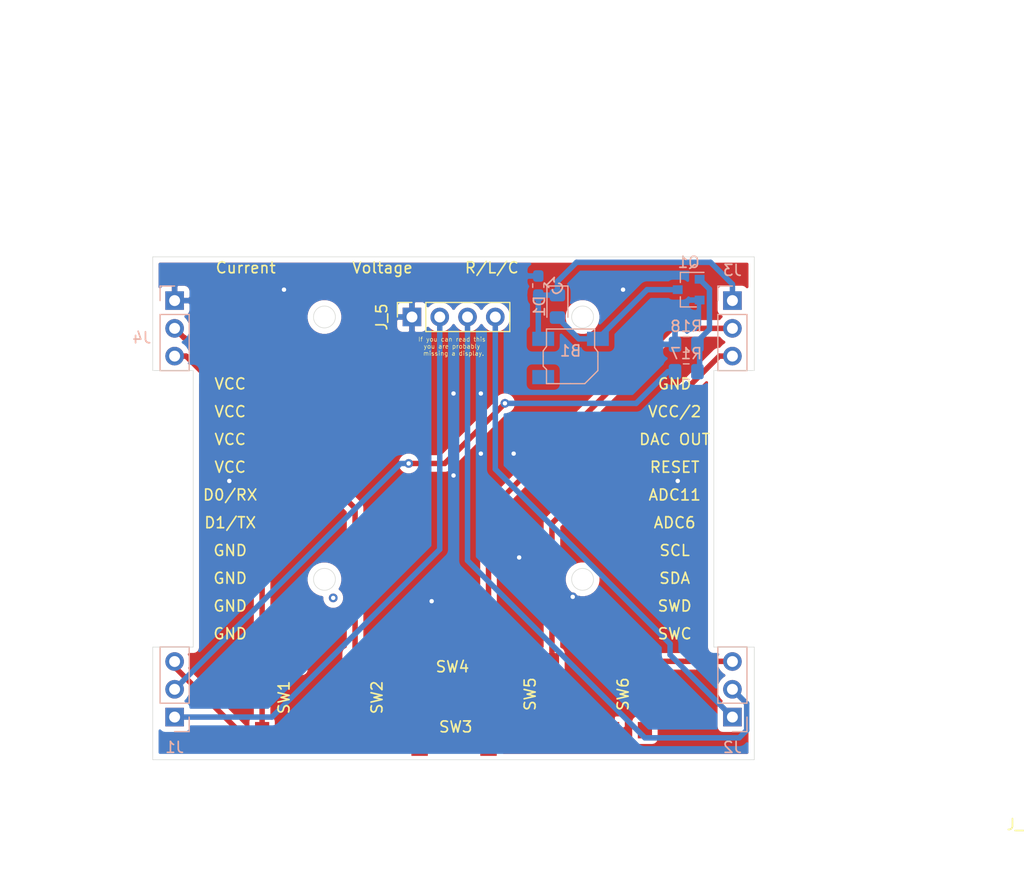
<source format=kicad_pcb>
(kicad_pcb (version 20171130) (host pcbnew "(5.1.6)-1")

  (general
    (thickness 1.6)
    (drawings 94)
    (tracks 79)
    (zones 0)
    (modules 19)
    (nets 47)
  )

  (page A4)
  (layers
    (0 F.Cu signal hide)
    (31 B.Cu signal hide)
    (32 B.Adhes user)
    (33 F.Adhes user)
    (34 B.Paste user)
    (35 F.Paste user)
    (36 B.SilkS user)
    (37 F.SilkS user)
    (38 B.Mask user)
    (39 F.Mask user)
    (40 Dwgs.User user)
    (41 Cmts.User user)
    (42 Eco1.User user)
    (43 Eco2.User user)
    (44 Edge.Cuts user)
    (45 Margin user)
    (46 B.CrtYd user)
    (47 F.CrtYd user)
    (48 B.Fab user)
    (49 F.Fab user)
  )

  (setup
    (last_trace_width 0.5)
    (user_trace_width 0.5)
    (trace_clearance 0.2)
    (zone_clearance 0.508)
    (zone_45_only no)
    (trace_min 0.2)
    (via_size 0.8)
    (via_drill 0.4)
    (via_min_size 0.4)
    (via_min_drill 0.3)
    (uvia_size 0.3)
    (uvia_drill 0.1)
    (uvias_allowed no)
    (uvia_min_size 0.2)
    (uvia_min_drill 0.1)
    (edge_width 0.05)
    (segment_width 0.2)
    (pcb_text_width 0.3)
    (pcb_text_size 1.5 1.5)
    (mod_edge_width 0.12)
    (mod_text_size 1 1)
    (mod_text_width 0.15)
    (pad_size 1.5 0.8)
    (pad_drill 0)
    (pad_to_mask_clearance 0.05)
    (aux_axis_origin 0 0)
    (grid_origin 106 59)
    (visible_elements FFFFFF7F)
    (pcbplotparams
      (layerselection 0x010fc_ffffffff)
      (usegerberextensions false)
      (usegerberattributes true)
      (usegerberadvancedattributes true)
      (creategerberjobfile true)
      (excludeedgelayer true)
      (linewidth 0.100000)
      (plotframeref false)
      (viasonmask false)
      (mode 1)
      (useauxorigin false)
      (hpglpennumber 1)
      (hpglpenspeed 20)
      (hpglpendiameter 15.000000)
      (psnegative false)
      (psa4output false)
      (plotreference true)
      (plotvalue true)
      (plotinvisibletext false)
      (padsonsilk false)
      (subtractmaskfromsilk false)
      (outputformat 1)
      (mirror false)
      (drillshape 1)
      (scaleselection 1)
      (outputdirectory ""))
  )

  (net 0 "")
  (net 1 "Net-(B1-Pad2)")
  (net 2 /GND)
  (net 3 "Net-(Q1-Pad1)")
  (net 4 "Net-(J_placeholder1-Pad16)")
  (net 5 "Net-(J_placeholder1-Pad15)")
  (net 6 "Net-(J_placeholder1-Pad14)")
  (net 7 "Net-(J_placeholder1-Pad13)")
  (net 8 "Net-(J_placeholder1-Pad12)")
  (net 9 "Net-(J_placeholder1-Pad11)")
  (net 10 "Net-(J_placeholder1-Pad10)")
  (net 11 "Net-(J_placeholder1-Pad9)")
  (net 12 "Net-(J_placeholder1-Pad8)")
  (net 13 "Net-(J_placeholder1-Pad7)")
  (net 14 "Net-(J_placeholder1-Pad6)")
  (net 15 "Net-(J_placeholder1-Pad5)")
  (net 16 "Net-(J_placeholder1-Pad4)")
  (net 17 "Net-(J_placeholder1-Pad3)")
  (net 18 "Net-(J_placeholder1-Pad2)")
  (net 19 "Net-(J_placeholder1-Pad1)")
  (net 20 "Net-(J_placeholder2-Pad16)")
  (net 21 "Net-(J_placeholder2-Pad15)")
  (net 22 "Net-(J_placeholder2-Pad14)")
  (net 23 "Net-(J_placeholder2-Pad13)")
  (net 24 "Net-(J_placeholder2-Pad12)")
  (net 25 "Net-(J_placeholder2-Pad11)")
  (net 26 "Net-(J_placeholder2-Pad10)")
  (net 27 "Net-(J_placeholder2-Pad9)")
  (net 28 "Net-(J_placeholder2-Pad8)")
  (net 29 "Net-(J_placeholder2-Pad7)")
  (net 30 "Net-(J_placeholder2-Pad6)")
  (net 31 "Net-(J_placeholder2-Pad5)")
  (net 32 "Net-(J_placeholder2-Pad4)")
  (net 33 "Net-(J_placeholder2-Pad3)")
  (net 34 "Net-(J_placeholder2-Pad2)")
  (net 35 "Net-(J_placeholder2-Pad1)")
  (net 36 /BUTT3)
  (net 37 /BUZZER)
  (net 38 /ENABLE)
  (net 39 /BUTT6)
  (net 40 /SCL)
  (net 41 /SDA)
  (net 42 /VCC)
  (net 43 /BUTT4)
  (net 44 /BUTT5)
  (net 45 /BUTT2)
  (net 46 /BUTT1)

  (net_class Default "This is the default net class."
    (clearance 0.2)
    (trace_width 0.25)
    (via_dia 0.8)
    (via_drill 0.4)
    (uvia_dia 0.3)
    (uvia_drill 0.1)
    (add_net /BUTT1)
    (add_net /BUTT2)
    (add_net /BUTT3)
    (add_net /BUTT4)
    (add_net /BUTT5)
    (add_net /BUTT6)
    (add_net /BUZZER)
    (add_net /ENABLE)
    (add_net /GND)
    (add_net /SCL)
    (add_net /SDA)
    (add_net /VCC)
    (add_net "Net-(B1-Pad2)")
    (add_net "Net-(J_placeholder1-Pad1)")
    (add_net "Net-(J_placeholder1-Pad10)")
    (add_net "Net-(J_placeholder1-Pad11)")
    (add_net "Net-(J_placeholder1-Pad12)")
    (add_net "Net-(J_placeholder1-Pad13)")
    (add_net "Net-(J_placeholder1-Pad14)")
    (add_net "Net-(J_placeholder1-Pad15)")
    (add_net "Net-(J_placeholder1-Pad16)")
    (add_net "Net-(J_placeholder1-Pad2)")
    (add_net "Net-(J_placeholder1-Pad3)")
    (add_net "Net-(J_placeholder1-Pad4)")
    (add_net "Net-(J_placeholder1-Pad5)")
    (add_net "Net-(J_placeholder1-Pad6)")
    (add_net "Net-(J_placeholder1-Pad7)")
    (add_net "Net-(J_placeholder1-Pad8)")
    (add_net "Net-(J_placeholder1-Pad9)")
    (add_net "Net-(J_placeholder2-Pad1)")
    (add_net "Net-(J_placeholder2-Pad10)")
    (add_net "Net-(J_placeholder2-Pad11)")
    (add_net "Net-(J_placeholder2-Pad12)")
    (add_net "Net-(J_placeholder2-Pad13)")
    (add_net "Net-(J_placeholder2-Pad14)")
    (add_net "Net-(J_placeholder2-Pad15)")
    (add_net "Net-(J_placeholder2-Pad16)")
    (add_net "Net-(J_placeholder2-Pad2)")
    (add_net "Net-(J_placeholder2-Pad3)")
    (add_net "Net-(J_placeholder2-Pad4)")
    (add_net "Net-(J_placeholder2-Pad5)")
    (add_net "Net-(J_placeholder2-Pad6)")
    (add_net "Net-(J_placeholder2-Pad7)")
    (add_net "Net-(J_placeholder2-Pad8)")
    (add_net "Net-(J_placeholder2-Pad9)")
    (add_net "Net-(Q1-Pad1)")
  )

  (module Multimeter_Watch_custom_footprints:TVCM04N (layer F.Cu) (tedit 5F20749E) (tstamp 5F2095DC)
    (at 147.5 95.1 270)
    (path /5F215E9C)
    (fp_text reference SW6 (at -0.1 0.5 90) (layer F.SilkS)
      (effects (font (size 1 1) (thickness 0.15)))
    )
    (fp_text value SW_Push (at -0.1 -0.5 90) (layer F.Fab)
      (effects (font (size 1 1) (thickness 0.15)))
    )
    (pad 1 smd rect (at 3.2 -1.5 270) (size 1.5 1.3) (layers F.Cu F.Paste F.Mask)
      (net 39 /BUTT6))
    (pad 2 smd rect (at 3.2 1.5 270) (size 1.5 1.3) (layers F.Cu F.Paste F.Mask)
      (net 2 /GND))
    (pad 2 smd rect (at -3.1 1.5 270) (size 1.5 1.3) (layers F.Cu F.Paste F.Mask)
      (net 2 /GND))
    (pad 1 smd rect (at -3.1 -1.5 270) (size 1.5 1.3) (layers F.Cu F.Paste F.Mask)
      (net 39 /BUTT6))
  )

  (module Multimeter_Watch_custom_footprints:TVCM04N (layer F.Cu) (tedit 5F20749E) (tstamp 5F209742)
    (at 139 95.1 270)
    (path /5F213BA8)
    (fp_text reference SW5 (at -0.1 0.5 90) (layer F.SilkS)
      (effects (font (size 1 1) (thickness 0.15)))
    )
    (fp_text value SW_Push (at -0.1 -0.5 90) (layer F.Fab)
      (effects (font (size 1 1) (thickness 0.15)))
    )
    (pad 1 smd rect (at 3.2 -1.5 270) (size 1.5 1.3) (layers F.Cu F.Paste F.Mask)
      (net 44 /BUTT5))
    (pad 2 smd rect (at 3.2 1.5 270) (size 1.5 1.3) (layers F.Cu F.Paste F.Mask)
      (net 2 /GND))
    (pad 2 smd rect (at -3.1 1.5 270) (size 1.5 1.3) (layers F.Cu F.Paste F.Mask)
      (net 2 /GND))
    (pad 1 smd rect (at -3.1 -1.5 270) (size 1.5 1.3) (layers F.Cu F.Paste F.Mask)
      (net 44 /BUTT5))
  )

  (module Multimeter_Watch_custom_footprints:TVCM04N (layer F.Cu) (tedit 5F20749E) (tstamp 5F20979D)
    (at 131.5 92)
    (path /5F212C00)
    (fp_text reference SW4 (at -0.1 0.5) (layer F.SilkS)
      (effects (font (size 1 1) (thickness 0.15)))
    )
    (fp_text value SW_Push (at -0.1 -0.5) (layer F.Fab)
      (effects (font (size 1 1) (thickness 0.15)))
    )
    (pad 1 smd rect (at 3.2 -1.5) (size 1.5 1.3) (layers F.Cu F.Paste F.Mask)
      (net 43 /BUTT4))
    (pad 2 smd rect (at 3.2 1.5) (size 1.5 1.3) (layers F.Cu F.Paste F.Mask)
      (net 2 /GND))
    (pad 2 smd rect (at -3.1 1.5) (size 1.5 1.3) (layers F.Cu F.Paste F.Mask)
      (net 2 /GND))
    (pad 1 smd rect (at -3.1 -1.5) (size 1.5 1.3) (layers F.Cu F.Paste F.Mask)
      (net 43 /BUTT4))
  )

  (module Multimeter_Watch_custom_footprints:TVCM04N (layer F.Cu) (tedit 5F20749E) (tstamp 5F209451)
    (at 131.6 98.5 180)
    (path /5F214996)
    (fp_text reference SW3 (at -0.1 0.5 180) (layer F.SilkS)
      (effects (font (size 1 1) (thickness 0.15)))
    )
    (fp_text value SW_Push (at -0.1 -0.5 180) (layer F.Fab)
      (effects (font (size 1 1) (thickness 0.15)))
    )
    (pad 1 smd rect (at 3.2 -1.5 180) (size 1.5 1.3) (layers F.Cu F.Paste F.Mask)
      (net 36 /BUTT3))
    (pad 2 smd rect (at 3.2 1.5 180) (size 1.5 1.3) (layers F.Cu F.Paste F.Mask)
      (net 2 /GND))
    (pad 2 smd rect (at -3.1 1.5 180) (size 1.5 1.3) (layers F.Cu F.Paste F.Mask)
      (net 2 /GND))
    (pad 1 smd rect (at -3.1 -1.5 180) (size 1.5 1.3) (layers F.Cu F.Paste F.Mask)
      (net 36 /BUTT3))
  )

  (module Multimeter_Watch_custom_footprints:TVCM04N (layer F.Cu) (tedit 5F20749E) (tstamp 5F2096C6)
    (at 124 95.2 90)
    (path /5F2149A0)
    (fp_text reference SW2 (at -0.1 0.5 90) (layer F.SilkS)
      (effects (font (size 1 1) (thickness 0.15)))
    )
    (fp_text value SW_Push (at -0.1 -0.5 90) (layer F.Fab)
      (effects (font (size 1 1) (thickness 0.15)))
    )
    (pad 1 smd rect (at 3.2 -1.5 90) (size 1.5 1.3) (layers F.Cu F.Paste F.Mask)
      (net 46 /BUTT1))
    (pad 2 smd rect (at 3.2 1.5 90) (size 1.5 1.3) (layers F.Cu F.Paste F.Mask)
      (net 2 /GND))
    (pad 2 smd rect (at -3.1 1.5 90) (size 1.5 1.3) (layers F.Cu F.Paste F.Mask)
      (net 2 /GND))
    (pad 1 smd rect (at -3.1 -1.5 90) (size 1.5 1.3) (layers F.Cu F.Paste F.Mask)
      (net 46 /BUTT1))
  )

  (module Multimeter_Watch_custom_footprints:TVCM04N (layer F.Cu) (tedit 5F20749E) (tstamp 5F209668)
    (at 115.5 95.2 90)
    (path /5F215EA6)
    (fp_text reference SW1 (at -0.1 0.5 90) (layer F.SilkS)
      (effects (font (size 1 1) (thickness 0.15)))
    )
    (fp_text value SW_Push (at -0.1 -0.5 90) (layer F.Fab)
      (effects (font (size 1 1) (thickness 0.15)))
    )
    (pad 1 smd rect (at 3.2 -1.5 90) (size 1.5 1.3) (layers F.Cu F.Paste F.Mask)
      (net 45 /BUTT2))
    (pad 2 smd rect (at 3.2 1.5 90) (size 1.5 1.3) (layers F.Cu F.Paste F.Mask)
      (net 2 /GND))
    (pad 2 smd rect (at -3.1 1.5 90) (size 1.5 1.3) (layers F.Cu F.Paste F.Mask)
      (net 2 /GND))
    (pad 1 smd rect (at -3.1 -1.5 90) (size 1.5 1.3) (layers F.Cu F.Paste F.Mask)
      (net 45 /BUTT2))
  )

  (module Multimeter_Watch_custom_footprints:CMT-0502-75-SMT-TR (layer B.Cu) (tedit 5F20612A) (tstamp 5F20D7FE)
    (at 142.2 64.1)
    (path /5F28AB82)
    (fp_text reference B1 (at 0 -0.5) (layer B.SilkS)
      (effects (font (size 1 1) (thickness 0.15)) (justify mirror))
    )
    (fp_text value CMT-0502-75-SMT-TR (at 0 0.5) (layer B.Fab)
      (effects (font (size 1 1) (thickness 0.15)) (justify mirror))
    )
    (fp_line (start 2.2 -2.5) (end 0 -2.5) (layer B.SilkS) (width 0.12))
    (fp_line (start 2.2 -0.8) (end 2.2 -2.5) (layer B.SilkS) (width 0.12))
    (fp_line (start 2.5 -0.4) (end 2.2 -0.8) (layer B.SilkS) (width 0.12))
    (fp_line (start 2.5 0) (end 2.5 -0.4) (layer B.SilkS) (width 0.12))
    (fp_line (start 2.5 1.3) (end 2.5 0) (layer B.SilkS) (width 0.12))
    (fp_line (start 1.3 2.5) (end 2.5 1.3) (layer B.SilkS) (width 0.12))
    (fp_line (start 0 2.5) (end 1.3 2.5) (layer B.SilkS) (width 0.12))
    (fp_line (start -2.2 -2.5) (end -2.2 -2.4) (layer B.SilkS) (width 0.12))
    (fp_line (start 0 -2.5) (end -2.2 -2.5) (layer B.SilkS) (width 0.12))
    (fp_line (start -2.2 2.5) (end -2 2.5) (layer B.SilkS) (width 0.12))
    (fp_line (start -2.2 1.2) (end -2.2 2.5) (layer B.SilkS) (width 0.12))
    (fp_line (start 0 2.5) (end -2 2.5) (layer B.SilkS) (width 0.12))
    (fp_line (start -2.5 0.9) (end -2.2 1.2) (layer B.SilkS) (width 0.12))
    (fp_line (start -2.5 0) (end -2.5 0.9) (layer B.SilkS) (width 0.12))
    (fp_line (start -2.2 -0.9) (end -2.2 -2.4) (layer B.SilkS) (width 0.12))
    (fp_line (start -2.5 -0.5) (end -2.2 -0.9) (layer B.SilkS) (width 0.12))
    (fp_line (start -2.5 0) (end -2.5 -0.5) (layer B.SilkS) (width 0.12))
    (pad "" smd rect (at -3.5 1.9) (size 2 1.3) (drill (offset 1 0)) (layers B.Cu B.Paste B.Mask))
    (pad 2 smd rect (at 2.5 -1.6) (size 2 1.3) (layers B.Cu B.Paste B.Mask)
      (net 1 "Net-(B1-Pad2)"))
    (pad 1 smd rect (at -2.5 -1.6) (size 2 1.3) (layers B.Cu B.Paste B.Mask)
      (net 42 /VCC))
  )

  (module Diode_SMD:D_0805_2012Metric_Pad1.15x1.40mm_HandSolder (layer B.Cu) (tedit 5B4B45C8) (tstamp 5F20B845)
    (at 141 59.524999 270)
    (descr "Diode SMD 0805 (2012 Metric), square (rectangular) end terminal, IPC_7351 nominal, (Body size source: https://docs.google.com/spreadsheets/d/1BsfQQcO9C6DZCsRaXUlFlo91Tg2WpOkGARC1WS5S8t0/edit?usp=sharing), generated with kicad-footprint-generator")
    (tags "diode handsolder")
    (path /5F29BCA9)
    (attr smd)
    (fp_text reference D1 (at 0 1.65 90) (layer B.SilkS)
      (effects (font (size 1 1) (thickness 0.15)) (justify mirror))
    )
    (fp_text value D_Schottky (at 0 -1.65 90) (layer B.Fab)
      (effects (font (size 1 1) (thickness 0.15)) (justify mirror))
    )
    (fp_text user %R (at 0 0 135) (layer B.Fab)
      (effects (font (size 0.5 0.5) (thickness 0.08)) (justify mirror))
    )
    (fp_line (start 1 0.6) (end -0.7 0.6) (layer B.Fab) (width 0.1))
    (fp_line (start -0.7 0.6) (end -1 0.3) (layer B.Fab) (width 0.1))
    (fp_line (start -1 0.3) (end -1 -0.6) (layer B.Fab) (width 0.1))
    (fp_line (start -1 -0.6) (end 1 -0.6) (layer B.Fab) (width 0.1))
    (fp_line (start 1 -0.6) (end 1 0.6) (layer B.Fab) (width 0.1))
    (fp_line (start 1 0.96) (end -1.86 0.96) (layer B.SilkS) (width 0.12))
    (fp_line (start -1.86 0.96) (end -1.86 -0.96) (layer B.SilkS) (width 0.12))
    (fp_line (start -1.86 -0.96) (end 1 -0.96) (layer B.SilkS) (width 0.12))
    (fp_line (start -1.85 -0.95) (end -1.85 0.95) (layer B.CrtYd) (width 0.05))
    (fp_line (start -1.85 0.95) (end 1.85 0.95) (layer B.CrtYd) (width 0.05))
    (fp_line (start 1.85 0.95) (end 1.85 -0.95) (layer B.CrtYd) (width 0.05))
    (fp_line (start 1.85 -0.95) (end -1.85 -0.95) (layer B.CrtYd) (width 0.05))
    (pad 2 smd roundrect (at 1.025 0 270) (size 1.15 1.4) (layers B.Cu B.Paste B.Mask) (roundrect_rratio 0.217391)
      (net 1 "Net-(B1-Pad2)"))
    (pad 1 smd roundrect (at -1.025 0 270) (size 1.15 1.4) (layers B.Cu B.Paste B.Mask) (roundrect_rratio 0.217391)
      (net 42 /VCC))
    (model ${KISYS3DMOD}/Diode_SMD.3dshapes/D_0805_2012Metric.wrl
      (at (xyz 0 0 0))
      (scale (xyz 1 1 1))
      (rotate (xyz 0 0 0))
    )
  )

  (module Resistor_SMD:R_0805_2012Metric_Pad1.15x1.40mm_HandSolder (layer B.Cu) (tedit 5B36C52B) (tstamp 5F208B75)
    (at 152.775 63 180)
    (descr "Resistor SMD 0805 (2012 Metric), square (rectangular) end terminal, IPC_7351 nominal with elongated pad for handsoldering. (Body size source: https://docs.google.com/spreadsheets/d/1BsfQQcO9C6DZCsRaXUlFlo91Tg2WpOkGARC1WS5S8t0/edit?usp=sharing), generated with kicad-footprint-generator")
    (tags "resistor handsolder")
    (path /5F2B66F9)
    (attr smd)
    (fp_text reference R18 (at 0 1.65) (layer B.SilkS)
      (effects (font (size 1 1) (thickness 0.15)) (justify mirror))
    )
    (fp_text value 100K (at 0 -1.65) (layer B.Fab)
      (effects (font (size 1 1) (thickness 0.15)) (justify mirror))
    )
    (fp_text user %R (at 0 0) (layer B.Fab)
      (effects (font (size 0.5 0.5) (thickness 0.08)) (justify mirror))
    )
    (fp_line (start -1 -0.6) (end -1 0.6) (layer B.Fab) (width 0.1))
    (fp_line (start -1 0.6) (end 1 0.6) (layer B.Fab) (width 0.1))
    (fp_line (start 1 0.6) (end 1 -0.6) (layer B.Fab) (width 0.1))
    (fp_line (start 1 -0.6) (end -1 -0.6) (layer B.Fab) (width 0.1))
    (fp_line (start -0.261252 0.71) (end 0.261252 0.71) (layer B.SilkS) (width 0.12))
    (fp_line (start -0.261252 -0.71) (end 0.261252 -0.71) (layer B.SilkS) (width 0.12))
    (fp_line (start -1.85 -0.95) (end -1.85 0.95) (layer B.CrtYd) (width 0.05))
    (fp_line (start -1.85 0.95) (end 1.85 0.95) (layer B.CrtYd) (width 0.05))
    (fp_line (start 1.85 0.95) (end 1.85 -0.95) (layer B.CrtYd) (width 0.05))
    (fp_line (start 1.85 -0.95) (end -1.85 -0.95) (layer B.CrtYd) (width 0.05))
    (pad 2 smd roundrect (at 1.025 0 180) (size 1.15 1.4) (layers B.Cu B.Paste B.Mask) (roundrect_rratio 0.217391)
      (net 2 /GND))
    (pad 1 smd roundrect (at -1.025 0 180) (size 1.15 1.4) (layers B.Cu B.Paste B.Mask) (roundrect_rratio 0.217391)
      (net 3 "Net-(Q1-Pad1)"))
    (model ${KISYS3DMOD}/Resistor_SMD.3dshapes/R_0805_2012Metric.wrl
      (at (xyz 0 0 0))
      (scale (xyz 1 1 1))
      (rotate (xyz 0 0 0))
    )
  )

  (module Resistor_SMD:R_0805_2012Metric_Pad1.15x1.40mm_HandSolder (layer B.Cu) (tedit 5B36C52B) (tstamp 5F208B64)
    (at 152.775 65.5 180)
    (descr "Resistor SMD 0805 (2012 Metric), square (rectangular) end terminal, IPC_7351 nominal with elongated pad for handsoldering. (Body size source: https://docs.google.com/spreadsheets/d/1BsfQQcO9C6DZCsRaXUlFlo91Tg2WpOkGARC1WS5S8t0/edit?usp=sharing), generated with kicad-footprint-generator")
    (tags "resistor handsolder")
    (path /5F2B529D)
    (attr smd)
    (fp_text reference R17 (at 0 1.65) (layer B.SilkS)
      (effects (font (size 1 1) (thickness 0.15)) (justify mirror))
    )
    (fp_text value 10K (at 0 -1.65) (layer B.Fab)
      (effects (font (size 1 1) (thickness 0.15)) (justify mirror))
    )
    (fp_text user %R (at 0 0) (layer B.Fab)
      (effects (font (size 0.5 0.5) (thickness 0.08)) (justify mirror))
    )
    (fp_line (start -1 -0.6) (end -1 0.6) (layer B.Fab) (width 0.1))
    (fp_line (start -1 0.6) (end 1 0.6) (layer B.Fab) (width 0.1))
    (fp_line (start 1 0.6) (end 1 -0.6) (layer B.Fab) (width 0.1))
    (fp_line (start 1 -0.6) (end -1 -0.6) (layer B.Fab) (width 0.1))
    (fp_line (start -0.261252 0.71) (end 0.261252 0.71) (layer B.SilkS) (width 0.12))
    (fp_line (start -0.261252 -0.71) (end 0.261252 -0.71) (layer B.SilkS) (width 0.12))
    (fp_line (start -1.85 -0.95) (end -1.85 0.95) (layer B.CrtYd) (width 0.05))
    (fp_line (start -1.85 0.95) (end 1.85 0.95) (layer B.CrtYd) (width 0.05))
    (fp_line (start 1.85 0.95) (end 1.85 -0.95) (layer B.CrtYd) (width 0.05))
    (fp_line (start 1.85 -0.95) (end -1.85 -0.95) (layer B.CrtYd) (width 0.05))
    (pad 2 smd roundrect (at 1.025 0 180) (size 1.15 1.4) (layers B.Cu B.Paste B.Mask) (roundrect_rratio 0.217391)
      (net 37 /BUZZER))
    (pad 1 smd roundrect (at -1.025 0 180) (size 1.15 1.4) (layers B.Cu B.Paste B.Mask) (roundrect_rratio 0.217391)
      (net 3 "Net-(Q1-Pad1)"))
    (model ${KISYS3DMOD}/Resistor_SMD.3dshapes/R_0805_2012Metric.wrl
      (at (xyz 0 0 0))
      (scale (xyz 1 1 1))
      (rotate (xyz 0 0 0))
    )
  )

  (module Capacitor_SMD:C_0603_1608Metric_Pad1.05x0.95mm_HandSolder (layer B.Cu) (tedit 5B301BBE) (tstamp 5F20DB45)
    (at 139.25 57.624999 90)
    (descr "Capacitor SMD 0603 (1608 Metric), square (rectangular) end terminal, IPC_7351 nominal with elongated pad for handsoldering. (Body size source: http://www.tortai-tech.com/upload/download/2011102023233369053.pdf), generated with kicad-footprint-generator")
    (tags "capacitor handsolder")
    (path /5F258A5E)
    (attr smd)
    (fp_text reference C1 (at 0 1.43 135) (layer B.SilkS)
      (effects (font (size 1 1) (thickness 0.15)) (justify mirror))
    )
    (fp_text value 100n (at 0 -1.43 90) (layer B.Fab)
      (effects (font (size 1 1) (thickness 0.15)) (justify mirror))
    )
    (fp_text user %R (at 0 0 90) (layer B.Fab)
      (effects (font (size 0.4 0.4) (thickness 0.06)) (justify mirror))
    )
    (fp_line (start -0.8 -0.4) (end -0.8 0.4) (layer B.Fab) (width 0.1))
    (fp_line (start -0.8 0.4) (end 0.8 0.4) (layer B.Fab) (width 0.1))
    (fp_line (start 0.8 0.4) (end 0.8 -0.4) (layer B.Fab) (width 0.1))
    (fp_line (start 0.8 -0.4) (end -0.8 -0.4) (layer B.Fab) (width 0.1))
    (fp_line (start -0.171267 0.51) (end 0.171267 0.51) (layer B.SilkS) (width 0.12))
    (fp_line (start -0.171267 -0.51) (end 0.171267 -0.51) (layer B.SilkS) (width 0.12))
    (fp_line (start -1.65 -0.73) (end -1.65 0.73) (layer B.CrtYd) (width 0.05))
    (fp_line (start -1.65 0.73) (end 1.65 0.73) (layer B.CrtYd) (width 0.05))
    (fp_line (start 1.65 0.73) (end 1.65 -0.73) (layer B.CrtYd) (width 0.05))
    (fp_line (start 1.65 -0.73) (end -1.65 -0.73) (layer B.CrtYd) (width 0.05))
    (pad 2 smd roundrect (at 0.875 0 90) (size 1.05 0.95) (layers B.Cu B.Paste B.Mask) (roundrect_rratio 0.25)
      (net 2 /GND))
    (pad 1 smd roundrect (at -0.875 0 90) (size 1.05 0.95) (layers B.Cu B.Paste B.Mask) (roundrect_rratio 0.25)
      (net 42 /VCC))
    (model ${KISYS3DMOD}/Capacitor_SMD.3dshapes/C_0603_1608Metric.wrl
      (at (xyz 0 0 0))
      (scale (xyz 1 1 1))
      (rotate (xyz 0 0 0))
    )
  )

  (module Connector_PinSocket_2.54mm:PinSocket_1x04_P2.54mm_Vertical (layer F.Cu) (tedit 5A19A429) (tstamp 5F20DF49)
    (at 127.7 60.5 90)
    (descr "Through hole straight socket strip, 1x04, 2.54mm pitch, single row (from Kicad 4.0.7), script generated")
    (tags "Through hole socket strip THT 1x04 2.54mm single row")
    (path /5F234314)
    (fp_text reference J_5 (at 0 -2.77 90) (layer F.SilkS)
      (effects (font (size 1 1) (thickness 0.15)))
    )
    (fp_text value Conn_01x04_Male (at 0 10.39 90) (layer F.Fab)
      (effects (font (size 1 1) (thickness 0.15)))
    )
    (fp_text user %R (at 2.5 3.81) (layer F.Fab)
      (effects (font (size 1 1) (thickness 0.15)))
    )
    (fp_line (start -1.27 -1.27) (end 0.635 -1.27) (layer F.Fab) (width 0.1))
    (fp_line (start 0.635 -1.27) (end 1.27 -0.635) (layer F.Fab) (width 0.1))
    (fp_line (start 1.27 -0.635) (end 1.27 8.89) (layer F.Fab) (width 0.1))
    (fp_line (start 1.27 8.89) (end -1.27 8.89) (layer F.Fab) (width 0.1))
    (fp_line (start -1.27 8.89) (end -1.27 -1.27) (layer F.Fab) (width 0.1))
    (fp_line (start -1.33 1.27) (end 1.33 1.27) (layer F.SilkS) (width 0.12))
    (fp_line (start -1.33 1.27) (end -1.33 8.95) (layer F.SilkS) (width 0.12))
    (fp_line (start -1.33 8.95) (end 1.33 8.95) (layer F.SilkS) (width 0.12))
    (fp_line (start 1.33 1.27) (end 1.33 8.95) (layer F.SilkS) (width 0.12))
    (fp_line (start 1.33 -1.33) (end 1.33 0) (layer F.SilkS) (width 0.12))
    (fp_line (start 0 -1.33) (end 1.33 -1.33) (layer F.SilkS) (width 0.12))
    (fp_line (start -1.8 -1.8) (end 1.75 -1.8) (layer F.CrtYd) (width 0.05))
    (fp_line (start 1.75 -1.8) (end 1.75 9.4) (layer F.CrtYd) (width 0.05))
    (fp_line (start 1.75 9.4) (end -1.8 9.4) (layer F.CrtYd) (width 0.05))
    (fp_line (start -1.8 9.4) (end -1.8 -1.8) (layer F.CrtYd) (width 0.05))
    (pad 4 thru_hole oval (at 0 7.62 90) (size 1.7 1.7) (drill 1) (layers *.Cu *.Mask)
      (net 41 /SDA))
    (pad 3 thru_hole oval (at 0 5.08 90) (size 1.7 1.7) (drill 1) (layers *.Cu *.Mask)
      (net 40 /SCL))
    (pad 2 thru_hole oval (at 0 2.54 90) (size 1.7 1.7) (drill 1) (layers *.Cu *.Mask)
      (net 38 /ENABLE))
    (pad 1 thru_hole rect (at 0 0 90) (size 1.7 1.7) (drill 1) (layers *.Cu *.Mask)
      (net 2 /GND))
    (model ${KISYS3DMOD}/Connector_PinSocket_2.54mm.3dshapes/PinSocket_1x04_P2.54mm_Vertical.wrl
      (at (xyz 0 0 0))
      (scale (xyz 1 1 1))
      (rotate (xyz 0 0 0))
    )
  )

  (module Connector_PinSocket_2.54mm:PinSocket_1x16_P2.54mm_Vertical (layer F.Cu) (tedit 5A19A41E) (tstamp 5F20720B)
    (at 187.7 109.7)
    (descr "Through hole straight socket strip, 1x16, 2.54mm pitch, single row (from Kicad 4.0.7), script generated")
    (tags "Through hole socket strip THT 1x16 2.54mm single row")
    (path /5F2097DB)
    (fp_text reference J_placeholder1 (at 0 -2.77) (layer F.SilkS)
      (effects (font (size 1 1) (thickness 0.15)))
    )
    (fp_text value Conn_01x16_Female (at 0 40.87) (layer F.Fab)
      (effects (font (size 1 1) (thickness 0.15)))
    )
    (fp_text user %R (at 0 19.05 90) (layer F.Fab)
      (effects (font (size 1 1) (thickness 0.15)))
    )
    (fp_line (start -1.27 -1.27) (end 0.635 -1.27) (layer F.Fab) (width 0.1))
    (fp_line (start 0.635 -1.27) (end 1.27 -0.635) (layer F.Fab) (width 0.1))
    (fp_line (start 1.27 -0.635) (end 1.27 39.37) (layer F.Fab) (width 0.1))
    (fp_line (start 1.27 39.37) (end -1.27 39.37) (layer F.Fab) (width 0.1))
    (fp_line (start -1.27 39.37) (end -1.27 -1.27) (layer F.Fab) (width 0.1))
    (fp_line (start -1.33 1.27) (end 1.33 1.27) (layer F.SilkS) (width 0.12))
    (fp_line (start -1.33 1.27) (end -1.33 39.43) (layer F.SilkS) (width 0.12))
    (fp_line (start -1.33 39.43) (end 1.33 39.43) (layer F.SilkS) (width 0.12))
    (fp_line (start 1.33 1.27) (end 1.33 39.43) (layer F.SilkS) (width 0.12))
    (fp_line (start 1.33 -1.33) (end 1.33 0) (layer F.SilkS) (width 0.12))
    (fp_line (start 0 -1.33) (end 1.33 -1.33) (layer F.SilkS) (width 0.12))
    (fp_line (start -1.8 -1.8) (end 1.75 -1.8) (layer F.CrtYd) (width 0.05))
    (fp_line (start 1.75 -1.8) (end 1.75 39.9) (layer F.CrtYd) (width 0.05))
    (fp_line (start 1.75 39.9) (end -1.8 39.9) (layer F.CrtYd) (width 0.05))
    (fp_line (start -1.8 39.9) (end -1.8 -1.8) (layer F.CrtYd) (width 0.05))
    (pad 16 thru_hole oval (at 0 38.1) (size 1.7 1.7) (drill 1) (layers *.Cu *.Mask)
      (net 4 "Net-(J_placeholder1-Pad16)"))
    (pad 15 thru_hole oval (at 0 35.56) (size 1.7 1.7) (drill 1) (layers *.Cu *.Mask)
      (net 5 "Net-(J_placeholder1-Pad15)"))
    (pad 14 thru_hole oval (at 0 33.02) (size 1.7 1.7) (drill 1) (layers *.Cu *.Mask)
      (net 6 "Net-(J_placeholder1-Pad14)"))
    (pad 13 thru_hole oval (at 0 30.48) (size 1.7 1.7) (drill 1) (layers *.Cu *.Mask)
      (net 7 "Net-(J_placeholder1-Pad13)"))
    (pad 12 thru_hole oval (at 0 27.94) (size 1.7 1.7) (drill 1) (layers *.Cu *.Mask)
      (net 8 "Net-(J_placeholder1-Pad12)"))
    (pad 11 thru_hole oval (at 0 25.4) (size 1.7 1.7) (drill 1) (layers *.Cu *.Mask)
      (net 9 "Net-(J_placeholder1-Pad11)"))
    (pad 10 thru_hole oval (at 0 22.86) (size 1.7 1.7) (drill 1) (layers *.Cu *.Mask)
      (net 10 "Net-(J_placeholder1-Pad10)"))
    (pad 9 thru_hole oval (at 0 20.32) (size 1.7 1.7) (drill 1) (layers *.Cu *.Mask)
      (net 11 "Net-(J_placeholder1-Pad9)"))
    (pad 8 thru_hole oval (at 0 17.78) (size 1.7 1.7) (drill 1) (layers *.Cu *.Mask)
      (net 12 "Net-(J_placeholder1-Pad8)"))
    (pad 7 thru_hole oval (at 0 15.24) (size 1.7 1.7) (drill 1) (layers *.Cu *.Mask)
      (net 13 "Net-(J_placeholder1-Pad7)"))
    (pad 6 thru_hole oval (at 0 12.7) (size 1.7 1.7) (drill 1) (layers *.Cu *.Mask)
      (net 14 "Net-(J_placeholder1-Pad6)"))
    (pad 5 thru_hole oval (at 0 10.16) (size 1.7 1.7) (drill 1) (layers *.Cu *.Mask)
      (net 15 "Net-(J_placeholder1-Pad5)"))
    (pad 4 thru_hole oval (at 0 7.62) (size 1.7 1.7) (drill 1) (layers *.Cu *.Mask)
      (net 16 "Net-(J_placeholder1-Pad4)"))
    (pad 3 thru_hole oval (at 0 5.08) (size 1.7 1.7) (drill 1) (layers *.Cu *.Mask)
      (net 17 "Net-(J_placeholder1-Pad3)"))
    (pad 2 thru_hole oval (at 0 2.54) (size 1.7 1.7) (drill 1) (layers *.Cu *.Mask)
      (net 18 "Net-(J_placeholder1-Pad2)"))
    (pad 1 thru_hole rect (at 0 0) (size 1.7 1.7) (drill 1) (layers *.Cu *.Mask)
      (net 19 "Net-(J_placeholder1-Pad1)"))
    (model ${KISYS3DMOD}/Connector_PinSocket_2.54mm.3dshapes/PinSocket_1x16_P2.54mm_Vertical.wrl
      (at (xyz 0 0 0))
      (scale (xyz 1 1 1))
      (rotate (xyz 0 0 0))
    )
  )

  (module Connector_PinSocket_2.54mm:PinSocket_1x03_P2.54mm_Vertical (layer B.Cu) (tedit 5A19A429) (tstamp 5F20693C)
    (at 106 59 180)
    (descr "Through hole straight socket strip, 1x03, 2.54mm pitch, single row (from Kicad 4.0.7), script generated")
    (tags "Through hole socket strip THT 1x03 2.54mm single row")
    (path /5F20B695)
    (fp_text reference J4 (at 3 -3.4) (layer B.SilkS)
      (effects (font (size 1 1) (thickness 0.15)) (justify mirror))
    )
    (fp_text value Conn_01x03_Male (at 9.5 -7) (layer B.Fab)
      (effects (font (size 1 1) (thickness 0.15)) (justify mirror))
    )
    (fp_text user %R (at 0 -2.54 90) (layer F.Fab)
      (effects (font (size 1 1) (thickness 0.15)))
    )
    (fp_line (start -1.27 1.27) (end 0.635 1.27) (layer B.Fab) (width 0.1))
    (fp_line (start 0.635 1.27) (end 1.27 0.635) (layer B.Fab) (width 0.1))
    (fp_line (start 1.27 0.635) (end 1.27 -6.35) (layer B.Fab) (width 0.1))
    (fp_line (start 1.27 -6.35) (end -1.27 -6.35) (layer B.Fab) (width 0.1))
    (fp_line (start -1.27 -6.35) (end -1.27 1.27) (layer B.Fab) (width 0.1))
    (fp_line (start -1.33 -1.27) (end 1.33 -1.27) (layer B.SilkS) (width 0.12))
    (fp_line (start -1.33 -1.27) (end -1.33 -6.41) (layer B.SilkS) (width 0.12))
    (fp_line (start -1.33 -6.41) (end 1.33 -6.41) (layer B.SilkS) (width 0.12))
    (fp_line (start 1.33 -1.27) (end 1.33 -6.41) (layer B.SilkS) (width 0.12))
    (fp_line (start 1.33 1.33) (end 1.33 0) (layer B.SilkS) (width 0.12))
    (fp_line (start 0 1.33) (end 1.33 1.33) (layer B.SilkS) (width 0.12))
    (fp_line (start -1.8 1.8) (end 1.75 1.8) (layer B.CrtYd) (width 0.05))
    (fp_line (start 1.75 1.8) (end 1.75 -6.85) (layer B.CrtYd) (width 0.05))
    (fp_line (start 1.75 -6.85) (end -1.8 -6.85) (layer B.CrtYd) (width 0.05))
    (fp_line (start -1.8 -6.85) (end -1.8 1.8) (layer B.CrtYd) (width 0.05))
    (pad 3 thru_hole oval (at 0 -5.08 180) (size 1.7 1.7) (drill 1) (layers *.Cu *.Mask)
      (net 45 /BUTT2))
    (pad 2 thru_hole oval (at 0 -2.54 180) (size 1.7 1.7) (drill 1) (layers *.Cu *.Mask)
      (net 46 /BUTT1))
    (pad 1 thru_hole rect (at 0 0 180) (size 1.7 1.7) (drill 1) (layers *.Cu *.Mask)
      (net 2 /GND))
    (model ${KISYS3DMOD}/Connector_PinSocket_2.54mm.3dshapes/PinSocket_1x03_P2.54mm_Vertical.wrl
      (at (xyz 0 0 0))
      (scale (xyz 1 1 1))
      (rotate (xyz 0 0 0))
    )
  )

  (module Connector_PinSocket_2.54mm:PinSocket_1x03_P2.54mm_Vertical (layer B.Cu) (tedit 5A19A429) (tstamp 5F20697E)
    (at 157 59 180)
    (descr "Through hole straight socket strip, 1x03, 2.54mm pitch, single row (from Kicad 4.0.7), script generated")
    (tags "Through hole socket strip THT 1x03 2.54mm single row")
    (path /5F20C0E1)
    (fp_text reference J3 (at 0 2.77) (layer B.SilkS)
      (effects (font (size 1 1) (thickness 0.15)) (justify mirror))
    )
    (fp_text value Conn_01x03_Male (at 0 -7.85) (layer B.Fab)
      (effects (font (size 1 1) (thickness 0.15)) (justify mirror))
    )
    (fp_text user %R (at 0 -2.54 270) (layer B.Fab)
      (effects (font (size 1 1) (thickness 0.15)) (justify mirror))
    )
    (fp_line (start -1.27 1.27) (end 0.635 1.27) (layer B.Fab) (width 0.1))
    (fp_line (start 0.635 1.27) (end 1.27 0.635) (layer B.Fab) (width 0.1))
    (fp_line (start 1.27 0.635) (end 1.27 -6.35) (layer B.Fab) (width 0.1))
    (fp_line (start 1.27 -6.35) (end -1.27 -6.35) (layer B.Fab) (width 0.1))
    (fp_line (start -1.27 -6.35) (end -1.27 1.27) (layer B.Fab) (width 0.1))
    (fp_line (start -1.33 -1.27) (end 1.33 -1.27) (layer B.SilkS) (width 0.12))
    (fp_line (start -1.33 -1.27) (end -1.33 -6.41) (layer B.SilkS) (width 0.12))
    (fp_line (start -1.33 -6.41) (end 1.33 -6.41) (layer B.SilkS) (width 0.12))
    (fp_line (start 1.33 -1.27) (end 1.33 -6.41) (layer B.SilkS) (width 0.12))
    (fp_line (start 1.33 1.33) (end 1.33 0) (layer B.SilkS) (width 0.12))
    (fp_line (start 0 1.33) (end 1.33 1.33) (layer B.SilkS) (width 0.12))
    (fp_line (start -1.8 1.8) (end 1.75 1.8) (layer B.CrtYd) (width 0.05))
    (fp_line (start 1.75 1.8) (end 1.75 -6.85) (layer B.CrtYd) (width 0.05))
    (fp_line (start 1.75 -6.85) (end -1.8 -6.85) (layer B.CrtYd) (width 0.05))
    (fp_line (start -1.8 -6.85) (end -1.8 1.8) (layer B.CrtYd) (width 0.05))
    (pad 3 thru_hole oval (at 0 -5.08 180) (size 1.7 1.7) (drill 1) (layers *.Cu *.Mask)
      (net 44 /BUTT5))
    (pad 2 thru_hole oval (at 0 -2.54 180) (size 1.7 1.7) (drill 1) (layers *.Cu *.Mask)
      (net 43 /BUTT4))
    (pad 1 thru_hole rect (at 0 0 180) (size 1.7 1.7) (drill 1) (layers *.Cu *.Mask)
      (net 42 /VCC))
    (model ${KISYS3DMOD}/Connector_PinSocket_2.54mm.3dshapes/PinSocket_1x03_P2.54mm_Vertical.wrl
      (at (xyz 0 0 0))
      (scale (xyz 1 1 1))
      (rotate (xyz 0 0 0))
    )
  )

  (module Connector_PinSocket_2.54mm:PinSocket_1x03_P2.54mm_Vertical (layer B.Cu) (tedit 5A19A429) (tstamp 5F2069C0)
    (at 157 97.1)
    (descr "Through hole straight socket strip, 1x03, 2.54mm pitch, single row (from Kicad 4.0.7), script generated")
    (tags "Through hole socket strip THT 1x03 2.54mm single row")
    (path /5F20C473)
    (fp_text reference J2 (at 0 2.77) (layer B.SilkS)
      (effects (font (size 1 1) (thickness 0.15)) (justify mirror))
    )
    (fp_text value Conn_01x03_Male (at 0 -7.85) (layer B.Fab)
      (effects (font (size 1 1) (thickness 0.15)) (justify mirror))
    )
    (fp_text user %R (at 0 -2.54 -90) (layer B.Fab)
      (effects (font (size 1 1) (thickness 0.15)) (justify mirror))
    )
    (fp_line (start -1.27 1.27) (end 0.635 1.27) (layer B.Fab) (width 0.1))
    (fp_line (start 0.635 1.27) (end 1.27 0.635) (layer B.Fab) (width 0.1))
    (fp_line (start 1.27 0.635) (end 1.27 -6.35) (layer B.Fab) (width 0.1))
    (fp_line (start 1.27 -6.35) (end -1.27 -6.35) (layer B.Fab) (width 0.1))
    (fp_line (start -1.27 -6.35) (end -1.27 1.27) (layer B.Fab) (width 0.1))
    (fp_line (start -1.33 -1.27) (end 1.33 -1.27) (layer B.SilkS) (width 0.12))
    (fp_line (start -1.33 -1.27) (end -1.33 -6.41) (layer B.SilkS) (width 0.12))
    (fp_line (start -1.33 -6.41) (end 1.33 -6.41) (layer B.SilkS) (width 0.12))
    (fp_line (start 1.33 -1.27) (end 1.33 -6.41) (layer B.SilkS) (width 0.12))
    (fp_line (start 1.33 1.33) (end 1.33 0) (layer B.SilkS) (width 0.12))
    (fp_line (start 0 1.33) (end 1.33 1.33) (layer B.SilkS) (width 0.12))
    (fp_line (start -1.8 1.8) (end 1.75 1.8) (layer B.CrtYd) (width 0.05))
    (fp_line (start 1.75 1.8) (end 1.75 -6.85) (layer B.CrtYd) (width 0.05))
    (fp_line (start 1.75 -6.85) (end -1.8 -6.85) (layer B.CrtYd) (width 0.05))
    (fp_line (start -1.8 -6.85) (end -1.8 1.8) (layer B.CrtYd) (width 0.05))
    (pad 3 thru_hole oval (at 0 -5.08) (size 1.7 1.7) (drill 1) (layers *.Cu *.Mask)
      (net 39 /BUTT6))
    (pad 2 thru_hole oval (at 0 -2.54) (size 1.7 1.7) (drill 1) (layers *.Cu *.Mask)
      (net 40 /SCL))
    (pad 1 thru_hole rect (at 0 0) (size 1.7 1.7) (drill 1) (layers *.Cu *.Mask)
      (net 41 /SDA))
    (model ${KISYS3DMOD}/Connector_PinSocket_2.54mm.3dshapes/PinSocket_1x03_P2.54mm_Vertical.wrl
      (at (xyz 0 0 0))
      (scale (xyz 1 1 1))
      (rotate (xyz 0 0 0))
    )
  )

  (module Connector_PinSocket_2.54mm:PinSocket_1x03_P2.54mm_Vertical (layer B.Cu) (tedit 5A19A429) (tstamp 5F2068FA)
    (at 106 97.1)
    (descr "Through hole straight socket strip, 1x03, 2.54mm pitch, single row (from Kicad 4.0.7), script generated")
    (tags "Through hole socket strip THT 1x03 2.54mm single row")
    (path /5F20C730)
    (fp_text reference J1 (at 0 2.77) (layer B.SilkS)
      (effects (font (size 1 1) (thickness 0.15)) (justify mirror))
    )
    (fp_text value Conn_01x03_Male (at 0 -7.85) (layer B.Fab)
      (effects (font (size 1 1) (thickness 0.15)) (justify mirror))
    )
    (fp_line (start -1.8 -6.85) (end -1.8 1.8) (layer B.CrtYd) (width 0.05))
    (fp_line (start 1.75 -6.85) (end -1.8 -6.85) (layer B.CrtYd) (width 0.05))
    (fp_line (start 1.75 1.8) (end 1.75 -6.85) (layer B.CrtYd) (width 0.05))
    (fp_line (start -1.8 1.8) (end 1.75 1.8) (layer B.CrtYd) (width 0.05))
    (fp_line (start 0 1.33) (end 1.33 1.33) (layer B.SilkS) (width 0.12))
    (fp_line (start 1.33 1.33) (end 1.33 0) (layer B.SilkS) (width 0.12))
    (fp_line (start 1.33 -1.27) (end 1.33 -6.41) (layer B.SilkS) (width 0.12))
    (fp_line (start -1.33 -6.41) (end 1.33 -6.41) (layer B.SilkS) (width 0.12))
    (fp_line (start -1.33 -1.27) (end -1.33 -6.41) (layer B.SilkS) (width 0.12))
    (fp_line (start -1.33 -1.27) (end 1.33 -1.27) (layer B.SilkS) (width 0.12))
    (fp_line (start -1.27 -6.35) (end -1.27 1.27) (layer B.Fab) (width 0.1))
    (fp_line (start 1.27 -6.35) (end -1.27 -6.35) (layer B.Fab) (width 0.1))
    (fp_line (start 1.27 0.635) (end 1.27 -6.35) (layer B.Fab) (width 0.1))
    (fp_line (start 0.635 1.27) (end 1.27 0.635) (layer B.Fab) (width 0.1))
    (fp_line (start -1.27 1.27) (end 0.635 1.27) (layer B.Fab) (width 0.1))
    (fp_text user %R (at 0 -2.54 180) (layer B.Fab)
      (effects (font (size 1 1) (thickness 0.15)) (justify mirror))
    )
    (pad 1 thru_hole rect (at 0 0) (size 1.7 1.7) (drill 1) (layers *.Cu *.Mask)
      (net 38 /ENABLE))
    (pad 2 thru_hole oval (at 0 -2.54) (size 1.7 1.7) (drill 1) (layers *.Cu *.Mask)
      (net 37 /BUZZER))
    (pad 3 thru_hole oval (at 0 -5.08) (size 1.7 1.7) (drill 1) (layers *.Cu *.Mask)
      (net 36 /BUTT3))
    (model ${KISYS3DMOD}/Connector_PinSocket_2.54mm.3dshapes/PinSocket_1x03_P2.54mm_Vertical.wrl
      (at (xyz 0 0 0))
      (scale (xyz 1 1 1))
      (rotate (xyz 0 0 0))
    )
  )

  (module Connector_PinSocket_2.54mm:PinSocket_1x16_P2.54mm_Vertical (layer F.Cu) (tedit 5A19A41E) (tstamp 5F20EBE6)
    (at 192.36 66.62)
    (descr "Through hole straight socket strip, 1x16, 2.54mm pitch, single row (from Kicad 4.0.7), script generated")
    (tags "Through hole socket strip THT 1x16 2.54mm single row")
    (path /5F206CC2)
    (fp_text reference J_placeholder2 (at 0 -2.77) (layer F.SilkS)
      (effects (font (size 1 1) (thickness 0.15)))
    )
    (fp_text value Conn_01x16_Female (at 0 40.87) (layer F.Fab)
      (effects (font (size 1 1) (thickness 0.15)))
    )
    (fp_text user %R (at 0 19.05 90) (layer F.Fab)
      (effects (font (size 1 1) (thickness 0.15)))
    )
    (fp_line (start -1.27 -1.27) (end 0.635 -1.27) (layer F.Fab) (width 0.1))
    (fp_line (start 0.635 -1.27) (end 1.27 -0.635) (layer F.Fab) (width 0.1))
    (fp_line (start 1.27 -0.635) (end 1.27 39.37) (layer F.Fab) (width 0.1))
    (fp_line (start 1.27 39.37) (end -1.27 39.37) (layer F.Fab) (width 0.1))
    (fp_line (start -1.27 39.37) (end -1.27 -1.27) (layer F.Fab) (width 0.1))
    (fp_line (start -1.33 1.27) (end 1.33 1.27) (layer F.SilkS) (width 0.12))
    (fp_line (start -1.33 1.27) (end -1.33 39.43) (layer F.SilkS) (width 0.12))
    (fp_line (start -1.33 39.43) (end 1.33 39.43) (layer F.SilkS) (width 0.12))
    (fp_line (start 1.33 1.27) (end 1.33 39.43) (layer F.SilkS) (width 0.12))
    (fp_line (start 1.33 -1.33) (end 1.33 0) (layer F.SilkS) (width 0.12))
    (fp_line (start 0 -1.33) (end 1.33 -1.33) (layer F.SilkS) (width 0.12))
    (fp_line (start -1.8 -1.8) (end 1.75 -1.8) (layer F.CrtYd) (width 0.05))
    (fp_line (start 1.75 -1.8) (end 1.75 39.9) (layer F.CrtYd) (width 0.05))
    (fp_line (start 1.75 39.9) (end -1.8 39.9) (layer F.CrtYd) (width 0.05))
    (fp_line (start -1.8 39.9) (end -1.8 -1.8) (layer F.CrtYd) (width 0.05))
    (pad 16 thru_hole oval (at 0 38.1) (size 1.7 1.7) (drill 1) (layers *.Cu *.Mask)
      (net 20 "Net-(J_placeholder2-Pad16)"))
    (pad 15 thru_hole oval (at 0 35.56) (size 1.7 1.7) (drill 1) (layers *.Cu *.Mask)
      (net 21 "Net-(J_placeholder2-Pad15)"))
    (pad 14 thru_hole oval (at 0 33.02) (size 1.7 1.7) (drill 1) (layers *.Cu *.Mask)
      (net 22 "Net-(J_placeholder2-Pad14)"))
    (pad 13 thru_hole oval (at 0 30.48) (size 1.7 1.7) (drill 1) (layers *.Cu *.Mask)
      (net 23 "Net-(J_placeholder2-Pad13)"))
    (pad 12 thru_hole oval (at 0 27.94) (size 1.7 1.7) (drill 1) (layers *.Cu *.Mask)
      (net 24 "Net-(J_placeholder2-Pad12)"))
    (pad 11 thru_hole oval (at 0 25.4) (size 1.7 1.7) (drill 1) (layers *.Cu *.Mask)
      (net 25 "Net-(J_placeholder2-Pad11)"))
    (pad 10 thru_hole oval (at 0 22.86) (size 1.7 1.7) (drill 1) (layers *.Cu *.Mask)
      (net 26 "Net-(J_placeholder2-Pad10)"))
    (pad 9 thru_hole oval (at 0 20.32) (size 1.7 1.7) (drill 1) (layers *.Cu *.Mask)
      (net 27 "Net-(J_placeholder2-Pad9)"))
    (pad 8 thru_hole oval (at 0 17.78) (size 1.7 1.7) (drill 1) (layers *.Cu *.Mask)
      (net 28 "Net-(J_placeholder2-Pad8)"))
    (pad 7 thru_hole oval (at 0 15.24) (size 1.7 1.7) (drill 1) (layers *.Cu *.Mask)
      (net 29 "Net-(J_placeholder2-Pad7)"))
    (pad 6 thru_hole oval (at 0 12.7) (size 1.7 1.7) (drill 1) (layers *.Cu *.Mask)
      (net 30 "Net-(J_placeholder2-Pad6)"))
    (pad 5 thru_hole oval (at 0 10.16) (size 1.7 1.7) (drill 1) (layers *.Cu *.Mask)
      (net 31 "Net-(J_placeholder2-Pad5)"))
    (pad 4 thru_hole oval (at 0 7.62) (size 1.7 1.7) (drill 1) (layers *.Cu *.Mask)
      (net 32 "Net-(J_placeholder2-Pad4)"))
    (pad 3 thru_hole oval (at 0 5.08) (size 1.7 1.7) (drill 1) (layers *.Cu *.Mask)
      (net 33 "Net-(J_placeholder2-Pad3)"))
    (pad 2 thru_hole oval (at 0 2.54) (size 1.7 1.7) (drill 1) (layers *.Cu *.Mask)
      (net 34 "Net-(J_placeholder2-Pad2)"))
    (pad 1 thru_hole rect (at 0 0) (size 1.7 1.7) (drill 1) (layers *.Cu *.Mask)
      (net 35 "Net-(J_placeholder2-Pad1)"))
    (model ${KISYS3DMOD}/Connector_PinSocket_2.54mm.3dshapes/PinSocket_1x16_P2.54mm_Vertical.wrl
      (at (xyz 0 0 0))
      (scale (xyz 1 1 1))
      (rotate (xyz 0 0 0))
    )
  )

  (module Package_TO_SOT_SMD:SOT-23 (layer B.Cu) (tedit 5A02FF57) (tstamp 5F1FF165)
    (at 153 58 180)
    (descr "SOT-23, Standard")
    (tags SOT-23)
    (path /5F2AB4F3)
    (attr smd)
    (fp_text reference Q1 (at 0 2.5) (layer B.SilkS)
      (effects (font (size 1 1) (thickness 0.15)) (justify mirror))
    )
    (fp_text value "A03400A N-MOS" (at 0 -2.5) (layer B.Fab)
      (effects (font (size 1 1) (thickness 0.15)) (justify mirror))
    )
    (fp_text user %R (at 0 0 270) (layer B.Fab)
      (effects (font (size 0.5 0.5) (thickness 0.075)) (justify mirror))
    )
    (fp_line (start -0.7 0.95) (end -0.7 -1.5) (layer B.Fab) (width 0.1))
    (fp_line (start -0.15 1.52) (end 0.7 1.52) (layer B.Fab) (width 0.1))
    (fp_line (start -0.7 0.95) (end -0.15 1.52) (layer B.Fab) (width 0.1))
    (fp_line (start 0.7 1.52) (end 0.7 -1.52) (layer B.Fab) (width 0.1))
    (fp_line (start -0.7 -1.52) (end 0.7 -1.52) (layer B.Fab) (width 0.1))
    (fp_line (start 0.76 -1.58) (end 0.76 -0.65) (layer B.SilkS) (width 0.12))
    (fp_line (start 0.76 1.58) (end 0.76 0.65) (layer B.SilkS) (width 0.12))
    (fp_line (start -1.7 1.75) (end 1.7 1.75) (layer B.CrtYd) (width 0.05))
    (fp_line (start 1.7 1.75) (end 1.7 -1.75) (layer B.CrtYd) (width 0.05))
    (fp_line (start 1.7 -1.75) (end -1.7 -1.75) (layer B.CrtYd) (width 0.05))
    (fp_line (start -1.7 -1.75) (end -1.7 1.75) (layer B.CrtYd) (width 0.05))
    (fp_line (start 0.76 1.58) (end -1.4 1.58) (layer B.SilkS) (width 0.12))
    (fp_line (start 0.76 -1.58) (end -0.7 -1.58) (layer B.SilkS) (width 0.12))
    (pad 3 smd rect (at 1 0 180) (size 0.9 0.8) (layers B.Cu B.Paste B.Mask)
      (net 1 "Net-(B1-Pad2)"))
    (pad 2 smd rect (at -1 -0.95 180) (size 0.9 0.8) (layers B.Cu B.Paste B.Mask)
      (net 2 /GND))
    (pad 1 smd rect (at -1 0.95 180) (size 0.9 0.8) (layers B.Cu B.Paste B.Mask)
      (net 3 "Net-(Q1-Pad1)"))
    (model ${KISYS3DMOD}/Package_TO_SOT_SMD.3dshapes/SOT-23.wrl
      (at (xyz 0 0 0))
      (scale (xyz 1 1 1))
      (rotate (xyz 0 0 0))
    )
  )

  (gr_text "If you can read this \nyou are probably \nmissing a display." (at 131.506775 63.189094) (layer F.SilkS)
    (effects (font (size 0.4 0.4) (thickness 0.05)))
  )
  (gr_text SWC (at 151.72 89.48) (layer F.SilkS)
    (effects (font (size 1 1) (thickness 0.15)))
  )
  (gr_text SWD (at 151.72 86.94) (layer F.SilkS)
    (effects (font (size 1 1) (thickness 0.15)))
  )
  (gr_text SDA (at 151.72 84.4) (layer F.SilkS)
    (effects (font (size 1 1) (thickness 0.15)))
  )
  (gr_text SCL (at 151.72 81.86) (layer F.SilkS)
    (effects (font (size 1 1) (thickness 0.15)))
  )
  (gr_text ADC6 (at 151.72 79.32) (layer F.SilkS)
    (effects (font (size 1 1) (thickness 0.15)))
  )
  (gr_text ADC11 (at 151.72 76.78) (layer F.SilkS)
    (effects (font (size 1 1) (thickness 0.15)))
  )
  (gr_text RESET (at 151.72 74.24) (layer F.SilkS)
    (effects (font (size 1 1) (thickness 0.15)))
  )
  (gr_text "DAC OUT" (at 151.72 71.7) (layer F.SilkS)
    (effects (font (size 1 1) (thickness 0.15)))
  )
  (gr_text VCC/2 (at 151.72 69.16) (layer F.SilkS)
    (effects (font (size 1 1) (thickness 0.15)))
  )
  (gr_text GND (at 151.72 66.62) (layer F.SilkS)
    (effects (font (size 1 1) (thickness 0.15)))
  )
  (gr_text GND (at 111.08 89.48) (layer F.SilkS)
    (effects (font (size 1 1) (thickness 0.15)))
  )
  (gr_text GND (at 111.08 86.94) (layer F.SilkS)
    (effects (font (size 1 1) (thickness 0.15)))
  )
  (gr_text GND (at 111.08 84.4) (layer F.SilkS)
    (effects (font (size 1 1) (thickness 0.15)))
  )
  (gr_text GND (at 111.08 81.86) (layer F.SilkS)
    (effects (font (size 1 1) (thickness 0.15)))
  )
  (gr_text D1/TX (at 111.08 79.32) (layer F.SilkS)
    (effects (font (size 1 1) (thickness 0.15)))
  )
  (gr_text D0/RX (at 111.08 76.78) (layer F.SilkS)
    (effects (font (size 1 1) (thickness 0.15)))
  )
  (gr_text VCC (at 111.08 74.24) (layer F.SilkS)
    (effects (font (size 1 1) (thickness 0.15)))
  )
  (gr_text VCC (at 111.08 71.7) (layer F.SilkS)
    (effects (font (size 1 1) (thickness 0.15)))
  )
  (gr_text VCC (at 111.08 69.16) (layer F.SilkS)
    (effects (font (size 1 1) (thickness 0.15)))
  )
  (gr_text VCC (at 111.08 66.62) (layer F.SilkS)
    (effects (font (size 1 1) (thickness 0.15)))
  )
  (gr_text R/L/C (at 135 56) (layer F.SilkS)
    (effects (font (size 1 1) (thickness 0.15)))
  )
  (gr_text Voltage (at 125 56) (layer F.SilkS)
    (effects (font (size 1 1) (thickness 0.15)))
  )
  (gr_text Current (at 112.5 56) (layer F.SilkS)
    (effects (font (size 1 1) (thickness 0.15)))
  )
  (dimension 31 (width 0.15) (layer Cmts.User)
    (gr_text "31.000 mm" (at 119.5 40.7) (layer Cmts.User)
      (effects (font (size 1 1) (thickness 0.15)))
    )
    (feature1 (pts (xy 135 55) (xy 135 41.413579)))
    (feature2 (pts (xy 104 55) (xy 104 41.413579)))
    (crossbar (pts (xy 104 42) (xy 135 42)))
    (arrow1a (pts (xy 135 42) (xy 133.873496 42.586421)))
    (arrow1b (pts (xy 135 42) (xy 133.873496 41.413579)))
    (arrow2a (pts (xy 104 42) (xy 105.126504 42.586421)))
    (arrow2b (pts (xy 104 42) (xy 105.126504 41.413579)))
  )
  (dimension 21 (width 0.15) (layer Cmts.User)
    (gr_text "21.000 mm" (at 114.5 44.2) (layer Cmts.User)
      (effects (font (size 1 1) (thickness 0.15)))
    )
    (feature1 (pts (xy 125 55) (xy 125 44.913579)))
    (feature2 (pts (xy 104 55) (xy 104 44.913579)))
    (crossbar (pts (xy 104 45.5) (xy 125 45.5)))
    (arrow1a (pts (xy 125 45.5) (xy 123.873496 46.086421)))
    (arrow1b (pts (xy 125 45.5) (xy 123.873496 44.913579)))
    (arrow2a (pts (xy 104 45.5) (xy 105.126504 46.086421)))
    (arrow2b (pts (xy 104 45.5) (xy 105.126504 44.913579)))
  )
  (dimension 8.5 (width 0.15) (layer Cmts.User)
    (gr_text "8.500 mm" (at 108.25 48.2) (layer Cmts.User)
      (effects (font (size 1 1) (thickness 0.15)))
    )
    (feature1 (pts (xy 112.5 55) (xy 112.5 48.913579)))
    (feature2 (pts (xy 104 55) (xy 104 48.913579)))
    (crossbar (pts (xy 104 49.5) (xy 112.5 49.5)))
    (arrow1a (pts (xy 112.5 49.5) (xy 111.373496 50.086421)))
    (arrow1b (pts (xy 112.5 49.5) (xy 111.373496 48.913579)))
    (arrow2a (pts (xy 104 49.5) (xy 105.126504 50.086421)))
    (arrow2b (pts (xy 104 49.5) (xy 105.126504 48.913579)))
  )
  (dimension 26 (width 0.15) (layer Eco1.User) (tstamp 5F20E10E)
    (gr_text "26.000 mm" (at 93.7 72.5 270) (layer Eco1.User) (tstamp 5F20E10F)
      (effects (font (size 1 1) (thickness 0.15)))
    )
    (feature1 (pts (xy 119.7 85.5) (xy 94.413579 85.5)))
    (feature2 (pts (xy 119.7 59.5) (xy 94.413579 59.5)))
    (crossbar (pts (xy 95 59.5) (xy 95 85.5)))
    (arrow1a (pts (xy 95 85.5) (xy 94.413579 84.373496)))
    (arrow1b (pts (xy 95 85.5) (xy 95.586421 84.373496)))
    (arrow2a (pts (xy 95 59.5) (xy 94.413579 60.626504)))
    (arrow2b (pts (xy 95 59.5) (xy 95.586421 60.626504)))
  )
  (gr_text "Heatsink\napprox\n" (at 148.5 58.6) (layer Eco2.User)
    (effects (font (size 1 1) (thickness 0.15)))
  )
  (gr_line (start 150.4 61.5) (end 146.5 56.3) (layer Eco2.User) (width 0.15))
  (gr_line (start 146.1 61.5) (end 150.2 56.2) (layer Eco2.User) (width 0.15))
  (gr_text "Batt. conn\n" (at 151.9 69.8 315) (layer Eco2.User)
    (effects (font (size 1 1) (thickness 0.15)))
  )
  (gr_line (start 146.1 61.5) (end 150.4 61.5) (layer Eco2.User) (width 0.15) (tstamp 5F20B6F6))
  (gr_line (start 150.4 66.6) (end 146.1 66.6) (layer Eco2.User) (width 0.15) (tstamp 5F20B6F5))
  (gr_line (start 150.4 61.5) (end 146.1 66.6) (layer Eco2.User) (width 0.15) (tstamp 5F20B6F4))
  (gr_line (start 150.4 66.6) (end 150.4 61.5) (layer Eco2.User) (width 0.15))
  (gr_line (start 146.1 61.5) (end 150.4 66.6) (layer Eco2.User) (width 0.15))
  (dimension 8.1 (width 0.15) (layer Eco2.User)
    (gr_text "8.100 mm" (at 142.05 43.8) (layer Eco2.User)
      (effects (font (size 1 1) (thickness 0.15)))
    )
    (feature1 (pts (xy 146.1 61.5) (xy 146.1 44.513579)))
    (feature2 (pts (xy 138 61.5) (xy 138 44.513579)))
    (crossbar (pts (xy 138 45.1) (xy 146.1 45.1)))
    (arrow1a (pts (xy 146.1 45.1) (xy 144.973496 45.686421)))
    (arrow1b (pts (xy 146.1 45.1) (xy 144.973496 44.513579)))
    (arrow2a (pts (xy 138 45.1) (xy 139.126504 45.686421)))
    (arrow2b (pts (xy 138 45.1) (xy 139.126504 44.513579)))
  )
  (dimension 4.3 (width 0.15) (layer Eco2.User)
    (gr_text "4.300 mm" (at 148.25 42.2) (layer Eco2.User)
      (effects (font (size 1 1) (thickness 0.15)))
    )
    (feature1 (pts (xy 150.4 66.6) (xy 150.4 42.913579)))
    (feature2 (pts (xy 146.1 66.6) (xy 146.1 42.913579)))
    (crossbar (pts (xy 146.1 43.5) (xy 150.4 43.5)))
    (arrow1a (pts (xy 150.4 43.5) (xy 149.273496 44.086421)))
    (arrow1b (pts (xy 150.4 43.5) (xy 149.273496 42.913579)))
    (arrow2a (pts (xy 146.1 43.5) (xy 147.226504 44.086421)))
    (arrow2b (pts (xy 146.1 43.5) (xy 147.226504 42.913579)))
  )
  (gr_text Jacks (at 123 67.5) (layer Eco2.User)
    (effects (font (size 1 1) (thickness 0.15)))
  )
  (gr_line (start 107.6 57.2) (end 138 66.6) (layer Eco2.User) (width 0.15) (tstamp 5F20B6C5))
  (gr_line (start 138 57.2) (end 107.6 66.6) (layer Eco2.User) (width 0.15) (tstamp 5F20B6C4))
  (gr_line (start 138 57.2) (end 138 61.5) (layer Eco2.User) (width 0.15) (tstamp 5F20B6C3))
  (gr_line (start 107.6 57.2) (end 138 57.2) (layer Eco2.User) (width 0.15))
  (gr_line (start 107.6 66.6) (end 107.6 57.2) (layer Eco2.User) (width 0.15))
  (gr_line (start 138 66.6) (end 107.6 66.6) (layer Eco2.User) (width 0.15))
  (gr_line (start 146.1 66.6) (end 138 66.6) (layer Eco2.User) (width 0.3) (tstamp 5F20B01B))
  (gr_line (start 146.1 61.5) (end 146.1 66.6) (layer Eco2.User) (width 0.3))
  (gr_line (start 138 61.5) (end 146.1 61.5) (layer Eco2.User) (width 0.3))
  (gr_line (start 138 66.6) (end 138 61.5) (layer Eco2.User) (width 0.3))
  (gr_text "Valid buzzer \nplacement area" (at 142.4 69.1) (layer Eco2.User)
    (effects (font (size 1 1) (thickness 0.15)))
  )
  (dimension 5.1 (width 0.15) (layer Eco2.User)
    (gr_text "5.100 mm" (at 177.8 64.05 270) (layer Eco2.User)
      (effects (font (size 1 1) (thickness 0.15)))
    )
    (feature1 (pts (xy 159 66.6) (xy 177.086421 66.6)))
    (feature2 (pts (xy 159 61.5) (xy 177.086421 61.5)))
    (crossbar (pts (xy 176.5 61.5) (xy 176.5 66.6)))
    (arrow1a (pts (xy 176.5 66.6) (xy 175.913579 65.473496)))
    (arrow1b (pts (xy 176.5 66.6) (xy 177.086421 65.473496)))
    (arrow2a (pts (xy 176.5 61.5) (xy 175.913579 62.626504)))
    (arrow2b (pts (xy 176.5 61.5) (xy 177.086421 62.626504)))
  )
  (dimension 6.5 (width 0.15) (layer Eco2.User)
    (gr_text "6.500 mm" (at 182.3 58.25 270) (layer Eco2.User)
      (effects (font (size 1 1) (thickness 0.15)))
    )
    (feature1 (pts (xy 159 61.5) (xy 181.586421 61.5)))
    (feature2 (pts (xy 159 55) (xy 181.586421 55)))
    (crossbar (pts (xy 181 55) (xy 181 61.5)))
    (arrow1a (pts (xy 181 61.5) (xy 180.413579 60.373496)))
    (arrow1b (pts (xy 181 61.5) (xy 181.586421 60.373496)))
    (arrow2a (pts (xy 181 55) (xy 180.413579 56.126504)))
    (arrow2b (pts (xy 181 55) (xy 181.586421 56.126504)))
  )
  (dimension 21 (width 0.15) (layer Eco2.User)
    (gr_text "21.000 mm" (at 148.5 32.2) (layer Eco2.User)
      (effects (font (size 1 1) (thickness 0.15)))
    )
    (feature1 (pts (xy 138 55) (xy 138 32.913579)))
    (feature2 (pts (xy 159 55) (xy 159 32.913579)))
    (crossbar (pts (xy 159 33.5) (xy 138 33.5)))
    (arrow1a (pts (xy 138 33.5) (xy 139.126504 32.913579)))
    (arrow1b (pts (xy 138 33.5) (xy 139.126504 34.086421)))
    (arrow2a (pts (xy 159 33.5) (xy 157.873496 32.913579)))
    (arrow2b (pts (xy 159 33.5) (xy 157.873496 34.086421)))
  )
  (gr_line (start 131.5 79.8) (end 131.5 108) (layer Dwgs.User) (width 0.15))
  (dimension 26.8 (width 0.15) (layer Eco1.User) (tstamp 5F20E126)
    (gr_text "26.800 mm" (at 131.6 89.3) (layer Eco1.User) (tstamp 5F20E127)
      (effects (font (size 1 1) (thickness 0.15)))
    )
    (feature1 (pts (xy 145 58.7) (xy 145 88.586421)))
    (feature2 (pts (xy 118.2 58.7) (xy 118.2 88.586421)))
    (crossbar (pts (xy 118.2 88) (xy 145 88)))
    (arrow1a (pts (xy 145 88) (xy 143.873496 88.586421)))
    (arrow1b (pts (xy 145 88) (xy 143.873496 87.413579)))
    (arrow2a (pts (xy 118.2 88) (xy 119.326504 88.586421)))
    (arrow2b (pts (xy 118.2 88) (xy 119.326504 87.413579)))
  )
  (dimension 1.5 (width 0.15) (layer Dwgs.User) (tstamp 5F20DEF4)
    (gr_text "1.500 mm" (at 118.95 49.2) (layer Dwgs.User) (tstamp 5F20E019)
      (effects (font (size 1 1) (thickness 0.15)))
    )
    (feature1 (pts (xy 118.2 59) (xy 118.2 49.913579)))
    (feature2 (pts (xy 119.7 59) (xy 119.7 49.913579)))
    (crossbar (pts (xy 119.7 50.5) (xy 118.2 50.5)))
    (arrow1a (pts (xy 118.2 50.5) (xy 119.326504 49.913579)))
    (arrow1b (pts (xy 118.2 50.5) (xy 119.326504 51.086421)))
    (arrow2a (pts (xy 119.7 50.5) (xy 118.573496 49.913579)))
    (arrow2b (pts (xy 119.7 50.5) (xy 118.573496 51.086421)))
  )
  (gr_text "TEMPORARY\ntodo:replace\nwith actual\n drill holes" (at 119.7 65.3) (layer Eco1.User) (tstamp 5F20E766)
    (effects (font (size 1 1) (thickness 0.15)))
  )
  (gr_circle (center 143.3 84.5) (end 144.3 84.5) (layer Edge.Cuts) (width 0.05) (tstamp 5F20E11F))
  (gr_circle (center 119.7 84.5) (end 120.7 84.5) (layer Edge.Cuts) (width 0.05) (tstamp 5F20E113))
  (gr_line (start 143.3 59) (end 143.3 83.8) (layer Dwgs.User) (width 0.15))
  (gr_line (start 119.7 59) (end 119.7 84) (layer Dwgs.User) (width 0.15))
  (dimension 24 (width 0.15) (layer Eco1.User) (tstamp 5F20E117)
    (gr_text "24.000 mm" (at 114.7 72.5 270) (layer Eco1.User) (tstamp 5F20E118)
      (effects (font (size 1 1) (thickness 0.15)))
    )
    (feature1 (pts (xy 143.3 84.5) (xy 115.413579 84.5)))
    (feature2 (pts (xy 143.3 60.5) (xy 115.413579 60.5)))
    (crossbar (pts (xy 116 60.5) (xy 116 84.5)))
    (arrow1a (pts (xy 116 84.5) (xy 115.413579 83.373496)))
    (arrow1b (pts (xy 116 84.5) (xy 116.586421 83.373496)))
    (arrow2a (pts (xy 116 60.5) (xy 115.413579 61.626504)))
    (arrow2b (pts (xy 116 60.5) (xy 116.586421 61.626504)))
  )
  (gr_circle (center 143.3 60.5) (end 144.3 60.5) (layer Edge.Cuts) (width 0.05) (tstamp 5F20E122))
  (gr_circle (center 119.7 60.5) (end 120.7 60.5) (layer Edge.Cuts) (width 0.05) (tstamp 5F20E11C))
  (dimension 8 (width 0.15) (layer Eco1.User) (tstamp 5F20E0FF)
    (gr_text "8.000 mm" (at 139.3 56.6) (layer Eco1.User) (tstamp 5F20E100)
      (effects (font (size 1 1) (thickness 0.15)))
    )
    (feature1 (pts (xy 143.3 60.5) (xy 143.3 57.313579)))
    (feature2 (pts (xy 135.3 60.5) (xy 135.3 57.313579)))
    (crossbar (pts (xy 135.3 57.9) (xy 143.3 57.9)))
    (arrow1a (pts (xy 143.3 57.9) (xy 142.173496 58.486421)))
    (arrow1b (pts (xy 143.3 57.9) (xy 142.173496 57.313579)))
    (arrow2a (pts (xy 135.3 57.9) (xy 136.426504 58.486421)))
    (arrow2b (pts (xy 135.3 57.9) (xy 136.426504 57.313579)))
  )
  (dimension 8 (width 0.15) (layer Eco1.User) (tstamp 5F20E0F3)
    (gr_text "8.000 mm" (at 123.7 56.6) (layer Eco1.User) (tstamp 5F20E0F4)
      (effects (font (size 1 1) (thickness 0.15)))
    )
    (feature1 (pts (xy 119.7 60.5) (xy 119.7 57.313579)))
    (feature2 (pts (xy 127.7 60.5) (xy 127.7 57.313579)))
    (crossbar (pts (xy 127.7 57.9) (xy 119.7 57.9)))
    (arrow1a (pts (xy 119.7 57.9) (xy 120.826504 57.313579)))
    (arrow1b (pts (xy 119.7 57.9) (xy 120.826504 58.486421)))
    (arrow2a (pts (xy 127.7 57.9) (xy 126.573496 57.313579)))
    (arrow2b (pts (xy 127.7 57.9) (xy 126.573496 58.486421)))
  )
  (dimension 28.5 (width 0.15) (layer Eco1.User) (tstamp 5F20E108)
    (gr_text "28.500 mm" (at 151.02 73.25 270) (layer Eco1.User) (tstamp 5F20E109)
      (effects (font (size 1 1) (thickness 0.15)))
    )
    (feature1 (pts (xy 131.52 87.5) (xy 150.306421 87.5)))
    (feature2 (pts (xy 131.52 59) (xy 150.306421 59)))
    (crossbar (pts (xy 149.72 59) (xy 149.72 87.5)))
    (arrow1a (pts (xy 149.72 87.5) (xy 149.133579 86.373496)))
    (arrow1b (pts (xy 149.72 87.5) (xy 150.306421 86.373496)))
    (arrow2a (pts (xy 149.72 59) (xy 149.133579 60.126504)))
    (arrow2b (pts (xy 149.72 59) (xy 150.306421 60.126504)))
  )
  (dimension 5.1 (width 0.15) (layer Dwgs.User) (tstamp 5F20DE7F)
    (gr_text "5.100 mm" (at 128.943281 63.41681) (layer Dwgs.User) (tstamp 5F20E01F)
      (effects (font (size 1 1) (thickness 0.15)))
    )
    (feature1 (pts (xy 131.493281 60.51681) (xy 131.493281 62.703231)))
    (feature2 (pts (xy 126.393281 60.51681) (xy 126.393281 62.703231)))
    (crossbar (pts (xy 126.393281 62.11681) (xy 131.493281 62.11681)))
    (arrow1a (pts (xy 131.493281 62.11681) (xy 130.366777 62.703231)))
    (arrow1b (pts (xy 131.493281 62.11681) (xy 130.366777 61.530389)))
    (arrow2a (pts (xy 126.393281 62.11681) (xy 127.519785 62.703231)))
    (arrow2b (pts (xy 126.393281 62.11681) (xy 127.519785 61.530389)))
  )
  (dimension 27.5 (width 0.15) (layer Dwgs.User)
    (gr_text "27.500 mm" (at 117.75 52.9) (layer Dwgs.User)
      (effects (font (size 1 1) (thickness 0.15)))
    )
    (feature1 (pts (xy 131.5 79.8) (xy 131.5 53.613579)))
    (feature2 (pts (xy 104 79.8) (xy 104 53.613579)))
    (crossbar (pts (xy 104 54.2) (xy 131.5 54.2)))
    (arrow1a (pts (xy 131.5 54.2) (xy 130.373496 54.786421)))
    (arrow1b (pts (xy 131.5 54.2) (xy 130.373496 53.613579)))
    (arrow2a (pts (xy 104 54.2) (xy 105.126504 54.786421)))
    (arrow2b (pts (xy 104 54.2) (xy 105.126504 53.613579)))
  )
  (gr_line (start 107.7 65.4) (end 107.3 65.4) (layer Edge.Cuts) (width 0.05) (tstamp 5F20E0F8))
  (gr_line (start 107.7 90.7) (end 107.7 65.4) (layer Edge.Cuts) (width 0.05) (tstamp 5F20E104))
  (gr_line (start 107.3 90.7) (end 107.7 90.7) (layer Edge.Cuts) (width 0.05) (tstamp 5F20E0D4))
  (gr_line (start 155.3 90.7) (end 155.7 90.7) (layer Edge.Cuts) (width 0.05) (tstamp 5F20E0FB))
  (gr_line (start 155.3 65.4) (end 155.3 90.7) (layer Edge.Cuts) (width 0.05) (tstamp 5F20E0E6))
  (gr_line (start 155.7 65.4) (end 155.3 65.4) (layer Edge.Cuts) (width 0.05) (tstamp 5F20E0DA))
  (gr_line (start 104 65.4) (end 104 55) (layer Edge.Cuts) (width 0.05) (tstamp 5F20E0DD))
  (gr_line (start 107.3 65.4) (end 104 65.4) (layer Edge.Cuts) (width 0.05) (tstamp 5F20E0E0))
  (gr_line (start 104 90.7) (end 107.3 90.7) (layer Edge.Cuts) (width 0.05) (tstamp 5F20E0E9))
  (gr_line (start 104 101) (end 104 90.7) (layer Edge.Cuts) (width 0.05))
  (gr_line (start 159 101) (end 104 101) (layer Edge.Cuts) (width 0.05))
  (gr_line (start 159 90.7) (end 159 101) (layer Edge.Cuts) (width 0.05))
  (gr_line (start 155.7 90.7) (end 159 90.7) (layer Edge.Cuts) (width 0.05) (tstamp 5F20E0EC))
  (gr_line (start 159 65.4) (end 155.7 65.4) (layer Edge.Cuts) (width 0.05) (tstamp 5F20E0EF))
  (gr_line (start 159 55) (end 159 65.4) (layer Edge.Cuts) (width 0.05) (tstamp 5F20E0D7))
  (gr_line (start 104 55) (end 159 55) (layer Edge.Cuts) (width 0.05) (tstamp 5F20E0E3))
  (dimension 0.5 (width 0.15) (layer Dwgs.User)
    (gr_text "0.500 mm" (at 104.85 113.3) (layer Dwgs.User)
      (effects (font (size 1 1) (thickness 0.15)))
    )
    (feature1 (pts (xy 104.6 64.1) (xy 104.6 112.586421)))
    (feature2 (pts (xy 105.1 64.1) (xy 105.1 112.586421)))
    (crossbar (pts (xy 105.1 112) (xy 104.6 112)))
    (arrow1a (pts (xy 104.6 112) (xy 105.726504 111.413579)))
    (arrow1b (pts (xy 104.6 112) (xy 105.726504 112.586421)))
    (arrow2a (pts (xy 105.1 112) (xy 103.973496 111.413579)))
    (arrow2b (pts (xy 105.1 112) (xy 103.973496 112.586421)))
  )
  (dimension 46 (width 0.15) (layer Dwgs.User) (tstamp 5F206AC6)
    (gr_text "46.000 mm" (at 165.3 78 90) (layer Dwgs.User) (tstamp 5F206AC7)
      (effects (font (size 1 1) (thickness 0.15)))
    )
    (feature1 (pts (xy 104 55) (xy 164.586421 55)))
    (feature2 (pts (xy 104 101) (xy 164.586421 101)))
    (crossbar (pts (xy 164 101) (xy 164 55)))
    (arrow1a (pts (xy 164 55) (xy 164.586421 56.126504)))
    (arrow1b (pts (xy 164 55) (xy 163.413579 56.126504)))
    (arrow2a (pts (xy 164 101) (xy 164.586421 99.873496)))
    (arrow2b (pts (xy 164 101) (xy 163.413579 99.873496)))
  )
  (gr_line (start 157 59) (end 157 108.9) (layer Dwgs.User) (width 0.15) (tstamp 5F2068D3))
  (gr_line (start 106 59) (end 106 107.3) (layer Dwgs.User) (width 0.15) (tstamp 5F2068D6))
  (dimension 2 (width 0.15) (layer Dwgs.User) (tstamp 5F2068E0)
    (gr_text "2.000 mm" (at 158 38.6) (layer Dwgs.User) (tstamp 5F2068E1)
      (effects (font (size 1 1) (thickness 0.15)))
    )
    (feature1 (pts (xy 159 59) (xy 159 39.313579)))
    (feature2 (pts (xy 157 59) (xy 157 39.313579)))
    (crossbar (pts (xy 157 39.9) (xy 159 39.9)))
    (arrow1a (pts (xy 159 39.9) (xy 157.873496 40.486421)))
    (arrow1b (pts (xy 159 39.9) (xy 157.873496 39.313579)))
    (arrow2a (pts (xy 157 39.9) (xy 158.126504 40.486421)))
    (arrow2b (pts (xy 157 39.9) (xy 158.126504 39.313579)))
  )
  (dimension 2 (width 0.15) (layer Dwgs.User) (tstamp 5F2068DA)
    (gr_text "2.000 mm" (at 105 44.7) (layer Dwgs.User) (tstamp 5F2068DB)
      (effects (font (size 1 1) (thickness 0.15)))
    )
    (feature1 (pts (xy 104 59) (xy 104 45.413579)))
    (feature2 (pts (xy 106 59) (xy 106 45.413579)))
    (crossbar (pts (xy 106 46) (xy 104 46)))
    (arrow1a (pts (xy 104 46) (xy 105.126504 45.413579)))
    (arrow1b (pts (xy 104 46) (xy 105.126504 46.586421)))
    (arrow2a (pts (xy 106 46) (xy 104.873496 45.413579)))
    (arrow2b (pts (xy 106 46) (xy 104.873496 46.586421)))
  )
  (dimension 2.2 (width 0.15) (layer Dwgs.User) (tstamp 5F2069EE)
    (gr_text "2.200 mm" (at 93.8 56.1 270) (layer Dwgs.User) (tstamp 5F2069EF)
      (effects (font (size 1 1) (thickness 0.15)))
    )
    (feature1 (pts (xy 159 57.2) (xy 94.513579 57.2)))
    (feature2 (pts (xy 159 55) (xy 94.513579 55)))
    (crossbar (pts (xy 95.1 55) (xy 95.1 57.2)))
    (arrow1a (pts (xy 95.1 57.2) (xy 94.513579 56.073496)))
    (arrow1b (pts (xy 95.1 57.2) (xy 95.686421 56.073496)))
    (arrow2a (pts (xy 95.1 55) (xy 94.513579 56.126504)))
    (arrow2b (pts (xy 95.1 55) (xy 95.686421 56.126504)))
  )
  (dimension 55 (width 0.15) (layer Dwgs.User) (tstamp 5F206ACC)
    (gr_text "55.000 mm" (at 131.5 50.7) (layer Dwgs.User) (tstamp 5F206ACD)
      (effects (font (size 1 1) (thickness 0.15)))
    )
    (feature1 (pts (xy 159 101) (xy 159 51.413579)))
    (feature2 (pts (xy 104 101) (xy 104 51.413579)))
    (crossbar (pts (xy 104 52) (xy 159 52)))
    (arrow1a (pts (xy 159 52) (xy 157.873496 52.586421)))
    (arrow1b (pts (xy 159 52) (xy 157.873496 51.413579)))
    (arrow2a (pts (xy 104 52) (xy 105.126504 52.586421)))
    (arrow2b (pts (xy 104 52) (xy 105.126504 51.413579)))
  )

  (segment (start 144.7 62.5) (end 144.25 62.5) (width 0.5) (layer B.Cu) (net 1))
  (segment (start 149.2 58) (end 144.7 62.5) (width 0.5) (layer B.Cu) (net 1))
  (segment (start 152 58) (end 149.2 58) (width 0.5) (layer B.Cu) (net 1))
  (segment (start 142.950001 62.5) (end 144.7 62.5) (width 0.5) (layer B.Cu) (net 1))
  (segment (start 141 60.549999) (end 142.950001 62.5) (width 0.5) (layer B.Cu) (net 1))
  (via (at 137 73) (size 0.8) (drill 0.4) (layers F.Cu B.Cu) (net 2))
  (via (at 152 75.5) (size 0.8) (drill 0.4) (layers F.Cu B.Cu) (net 2))
  (via (at 111 75.5) (size 0.8) (drill 0.4) (layers F.Cu B.Cu) (net 2))
  (via (at 147 58) (size 0.8) (drill 0.4) (layers F.Cu B.Cu) (net 2) (tstamp 5F20DEDE))
  (via (at 116 58) (size 0.8) (drill 0.4) (layers F.Cu B.Cu) (net 2) (tstamp 5F20DEDB))
  (via (at 131.5 67.5) (size 0.8) (drill 0.4) (layers F.Cu B.Cu) (net 2))
  (via (at 134 67.5) (size 0.8) (drill 0.4) (layers F.Cu B.Cu) (net 2))
  (via (at 134 73) (size 0.8) (drill 0.4) (layers F.Cu B.Cu) (net 2))
  (via (at 131.5 75) (size 0.8) (drill 0.4) (layers F.Cu B.Cu) (net 2))
  (via (at 137.5 82.5) (size 0.8) (drill 0.4) (layers F.Cu B.Cu) (net 2))
  (via (at 120.5 86.2) (size 0.8) (drill 0.4) (layers F.Cu B.Cu) (net 46))
  (via (at 129.5 86.5) (size 0.8) (drill 0.4) (layers F.Cu B.Cu) (net 2))
  (via (at 142.4 86.1) (size 0.8) (drill 0.4) (layers F.Cu B.Cu) (net 2))
  (segment (start 154 62.525) (end 154.025 62.5) (width 0.5) (layer B.Cu) (net 3))
  (segment (start 154 65) (end 154 62.525) (width 0.5) (layer B.Cu) (net 3))
  (segment (start 154.900001 57.950001) (end 154 57.05) (width 0.5) (layer B.Cu) (net 3))
  (segment (start 154.900001 61.624999) (end 154.900001 57.950001) (width 0.5) (layer B.Cu) (net 3))
  (segment (start 154.025 62.5) (end 154.900001 61.624999) (width 0.5) (layer B.Cu) (net 3))
  (segment (start 113.489998 100) (end 134.7 100) (width 0.5) (layer F.Cu) (net 36))
  (segment (start 106 92.510002) (end 113.489998 100) (width 0.5) (layer F.Cu) (net 36))
  (segment (start 106 92.02) (end 106 92.510002) (width 0.5) (layer F.Cu) (net 36))
  (via (at 127.4 73.9) (size 0.8) (drill 0.4) (layers F.Cu B.Cu) (net 37))
  (segment (start 106 94.56) (end 126.66 73.9) (width 0.5) (layer B.Cu) (net 37))
  (segment (start 126.66 73.9) (end 127.4 73.9) (width 0.5) (layer B.Cu) (net 37))
  (via (at 136.2 68.4) (size 0.8) (drill 0.4) (layers F.Cu B.Cu) (net 37))
  (segment (start 127.4 73.9) (end 130.7 73.9) (width 0.5) (layer F.Cu) (net 37))
  (segment (start 130.7 73.9) (end 136.2 68.4) (width 0.5) (layer F.Cu) (net 37))
  (segment (start 136.2 68.4) (end 148.2 68.4) (width 0.5) (layer B.Cu) (net 37))
  (segment (start 151.1 65.5) (end 151.75 65.5) (width 0.5) (layer B.Cu) (net 37))
  (segment (start 148.2 68.4) (end 151.1 65.5) (width 0.5) (layer B.Cu) (net 37))
  (segment (start 130.24 64) (end 130.24 81.76) (width 0.5) (layer B.Cu) (net 38))
  (segment (start 114.9 97.1) (end 106 97.1) (width 0.5) (layer B.Cu) (net 38))
  (segment (start 130.24 81.76) (end 114.9 97.1) (width 0.5) (layer B.Cu) (net 38))
  (segment (start 130.24 64) (end 130.24 60.5) (width 0.5) (layer B.Cu) (net 38))
  (segment (start 149 98.3) (end 149 92) (width 0.5) (layer F.Cu) (net 39))
  (segment (start 156.98 92) (end 157 92.02) (width 0.5) (layer F.Cu) (net 39))
  (segment (start 149 92) (end 156.98 92) (width 0.5) (layer F.Cu) (net 39))
  (segment (start 132.78 64) (end 132.78 82.78) (width 0.5) (layer B.Cu) (net 40))
  (segment (start 132.78 82.78) (end 149 99) (width 0.5) (layer B.Cu) (net 40))
  (segment (start 158.300001 95.860001) (end 157 94.56) (width 0.5) (layer B.Cu) (net 40))
  (segment (start 157.610002 99) (end 158.300001 98.310001) (width 0.5) (layer B.Cu) (net 40))
  (segment (start 158.300001 98.310001) (end 158.300001 95.860001) (width 0.5) (layer B.Cu) (net 40))
  (segment (start 149 99) (end 155 99) (width 0.5) (layer B.Cu) (net 40))
  (segment (start 132.78 64) (end 132.78 60.5) (width 0.5) (layer B.Cu) (net 40))
  (segment (start 155 99) (end 157.610002 99) (width 0.5) (layer B.Cu) (net 40) (tstamp 5F20F078))
  (segment (start 135.32 74.41881) (end 151.3 90.39881) (width 0.5) (layer B.Cu) (net 41))
  (segment (start 135.32 60.5) (end 135.32 74.41881) (width 0.5) (layer B.Cu) (net 41))
  (segment (start 151.3 91.4) (end 157 97.1) (width 0.5) (layer B.Cu) (net 41))
  (segment (start 151.3 90.39881) (end 151.3 91.4) (width 0.5) (layer B.Cu) (net 41))
  (segment (start 157 59) (end 157 57.5) (width 0.5) (layer B.Cu) (net 42))
  (segment (start 157 57.5) (end 155 55.5) (width 0.5) (layer B.Cu) (net 42))
  (segment (start 155 55.5) (end 142.75 55.5) (width 0.5) (layer B.Cu) (net 42))
  (segment (start 142.75 55.5) (end 141 57.25) (width 0.5) (layer B.Cu) (net 42))
  (segment (start 141 57.25) (end 141 58.499999) (width 0.5) (layer B.Cu) (net 42))
  (segment (start 141 58.499999) (end 139 58.499999) (width 0.5) (layer B.Cu) (net 42))
  (segment (start 139.25 62.05) (end 139.7 62.5) (width 0.5) (layer B.Cu) (net 42))
  (segment (start 139.25 58.499999) (end 139.25 62.05) (width 0.5) (layer B.Cu) (net 42))
  (segment (start 128.4 90.5) (end 134.7 90.5) (width 0.5) (layer F.Cu) (net 43))
  (segment (start 151.46 61.54) (end 157 61.54) (width 0.5) (layer F.Cu) (net 43))
  (segment (start 134.7 90.5) (end 134.7 78.3) (width 0.5) (layer F.Cu) (net 43))
  (segment (start 134.7 78.3) (end 151.46 61.54) (width 0.5) (layer F.Cu) (net 43))
  (segment (start 140.5 98.3) (end 140.5 92) (width 0.5) (layer F.Cu) (net 44))
  (segment (start 140.5 79.377919) (end 140.5 92) (width 0.5) (layer F.Cu) (net 44))
  (segment (start 155.797919 64.08) (end 140.5 79.377919) (width 0.5) (layer F.Cu) (net 44))
  (segment (start 157 64.08) (end 155.797919 64.08) (width 0.5) (layer F.Cu) (net 44))
  (segment (start 114 98.3) (end 114 92) (width 0.5) (layer F.Cu) (net 45))
  (segment (start 114 71.028235) (end 114 92) (width 0.5) (layer F.Cu) (net 45))
  (segment (start 107.051765 64.08) (end 114 71.028235) (width 0.5) (layer F.Cu) (net 45))
  (segment (start 106 64.08) (end 107.051765 64.08) (width 0.5) (layer F.Cu) (net 45))
  (segment (start 106.849999 62.389999) (end 106.889999 62.389999) (width 0.5) (layer F.Cu) (net 46))
  (segment (start 106 61.54) (end 106.849999 62.389999) (width 0.5) (layer F.Cu) (net 46))
  (segment (start 122.5 78) (end 122.5 92) (width 0.5) (layer F.Cu) (net 46))
  (segment (start 106.889999 62.389999) (end 122.5 78) (width 0.5) (layer F.Cu) (net 46))
  (segment (start 122.5 92) (end 122.5 98.3) (width 0.5) (layer F.Cu) (net 46))

  (zone (net 2) (net_name /GND) (layer F.Cu) (tstamp 0) (hatch edge 0.508)
    (connect_pads (clearance 0.508))
    (min_thickness 0.254)
    (fill yes (arc_segments 32) (thermal_gap 0.508) (thermal_bridge_width 0.508))
    (polygon
      (pts
        (xy 164.457206 105.5) (xy 102.957206 105.5) (xy 102.957206 51.5) (xy 164.457206 51.5)
      )
    )
    (filled_polygon
      (pts
        (xy 158.34 57.746112) (xy 158.301185 57.698815) (xy 158.204494 57.619463) (xy 158.09418 57.560498) (xy 157.974482 57.524188)
        (xy 157.85 57.511928) (xy 156.15 57.511928) (xy 156.025518 57.524188) (xy 155.90582 57.560498) (xy 155.795506 57.619463)
        (xy 155.698815 57.698815) (xy 155.619463 57.795506) (xy 155.560498 57.90582) (xy 155.524188 58.025518) (xy 155.511928 58.15)
        (xy 155.511928 59.85) (xy 155.524188 59.974482) (xy 155.560498 60.09418) (xy 155.619463 60.204494) (xy 155.698815 60.301185)
        (xy 155.795506 60.380537) (xy 155.90582 60.439502) (xy 155.97838 60.461513) (xy 155.846525 60.593368) (xy 155.805344 60.655)
        (xy 151.503465 60.655) (xy 151.459999 60.650719) (xy 151.416533 60.655) (xy 151.416523 60.655) (xy 151.28651 60.667805)
        (xy 151.119687 60.718411) (xy 150.965941 60.800589) (xy 150.965939 60.80059) (xy 150.96594 60.80059) (xy 150.864953 60.883468)
        (xy 150.864951 60.88347) (xy 150.831183 60.911183) (xy 150.80347 60.944951) (xy 134.104952 77.64347) (xy 134.071184 77.671183)
        (xy 134.043471 77.704951) (xy 134.043468 77.704954) (xy 133.96059 77.805941) (xy 133.878412 77.959687) (xy 133.827805 78.12651)
        (xy 133.810719 78.3) (xy 133.815001 78.343479) (xy 133.815 89.227379) (xy 133.70582 89.260498) (xy 133.595506 89.319463)
        (xy 133.498815 89.398815) (xy 133.419463 89.495506) (xy 133.360498 89.60582) (xy 133.357713 89.615) (xy 129.742287 89.615)
        (xy 129.739502 89.60582) (xy 129.680537 89.495506) (xy 129.601185 89.398815) (xy 129.504494 89.319463) (xy 129.39418 89.260498)
        (xy 129.274482 89.224188) (xy 129.15 89.211928) (xy 127.65 89.211928) (xy 127.525518 89.224188) (xy 127.40582 89.260498)
        (xy 127.295506 89.319463) (xy 127.198815 89.398815) (xy 127.119463 89.495506) (xy 127.060498 89.60582) (xy 127.024188 89.725518)
        (xy 127.011928 89.85) (xy 127.011928 91.15) (xy 127.024188 91.274482) (xy 127.060498 91.39418) (xy 127.119463 91.504494)
        (xy 127.198815 91.601185) (xy 127.295506 91.680537) (xy 127.40582 91.739502) (xy 127.525518 91.775812) (xy 127.65 91.788072)
        (xy 129.15 91.788072) (xy 129.274482 91.775812) (xy 129.39418 91.739502) (xy 129.504494 91.680537) (xy 129.601185 91.601185)
        (xy 129.680537 91.504494) (xy 129.739502 91.39418) (xy 129.742287 91.385) (xy 133.357713 91.385) (xy 133.360498 91.39418)
        (xy 133.419463 91.504494) (xy 133.498815 91.601185) (xy 133.595506 91.680537) (xy 133.70582 91.739502) (xy 133.825518 91.775812)
        (xy 133.95 91.788072) (xy 135.45 91.788072) (xy 135.574482 91.775812) (xy 135.69418 91.739502) (xy 135.804494 91.680537)
        (xy 135.901185 91.601185) (xy 135.980537 91.504494) (xy 136.039502 91.39418) (xy 136.075812 91.274482) (xy 136.078223 91.25)
        (xy 136.211928 91.25) (xy 136.215 91.71425) (xy 136.37375 91.873) (xy 137.373 91.873) (xy 137.373 90.77375)
        (xy 137.627 90.77375) (xy 137.627 91.873) (xy 138.62625 91.873) (xy 138.785 91.71425) (xy 138.788072 91.25)
        (xy 138.775812 91.125518) (xy 138.739502 91.00582) (xy 138.680537 90.895506) (xy 138.601185 90.798815) (xy 138.504494 90.719463)
        (xy 138.39418 90.660498) (xy 138.274482 90.624188) (xy 138.15 90.611928) (xy 137.78575 90.615) (xy 137.627 90.77375)
        (xy 137.373 90.77375) (xy 137.21425 90.615) (xy 136.85 90.611928) (xy 136.725518 90.624188) (xy 136.60582 90.660498)
        (xy 136.495506 90.719463) (xy 136.398815 90.798815) (xy 136.319463 90.895506) (xy 136.260498 91.00582) (xy 136.224188 91.125518)
        (xy 136.211928 91.25) (xy 136.078223 91.25) (xy 136.088072 91.15) (xy 136.088072 89.85) (xy 136.075812 89.725518)
        (xy 136.039502 89.60582) (xy 135.980537 89.495506) (xy 135.901185 89.398815) (xy 135.804494 89.319463) (xy 135.69418 89.260498)
        (xy 135.585 89.227379) (xy 135.585 78.666578) (xy 151.826579 62.425) (xy 155.805344 62.425) (xy 155.846525 62.486632)
        (xy 156.053368 62.693475) (xy 156.22776 62.81) (xy 156.053368 62.926525) (xy 155.846525 63.133368) (xy 155.807569 63.191669)
        (xy 155.797919 63.190719) (xy 155.75445 63.195) (xy 155.754442 63.195) (xy 155.624429 63.207805) (xy 155.457605 63.258411)
        (xy 155.30386 63.340589) (xy 155.202872 63.423468) (xy 155.20287 63.42347) (xy 155.169102 63.451183) (xy 155.141389 63.484951)
        (xy 139.904956 78.721385) (xy 139.871183 78.749102) (xy 139.760589 78.883861) (xy 139.678411 79.037607) (xy 139.652935 79.121588)
        (xy 139.637584 79.172195) (xy 139.627805 79.20443) (xy 139.615 79.334443) (xy 139.615 79.33445) (xy 139.610719 79.377919)
        (xy 139.615 79.421388) (xy 139.615001 90.657713) (xy 139.60582 90.660498) (xy 139.495506 90.719463) (xy 139.398815 90.798815)
        (xy 139.319463 90.895506) (xy 139.260498 91.00582) (xy 139.224188 91.125518) (xy 139.211928 91.25) (xy 139.211928 92.75)
        (xy 139.224188 92.874482) (xy 139.260498 92.99418) (xy 139.319463 93.104494) (xy 139.398815 93.201185) (xy 139.495506 93.280537)
        (xy 139.60582 93.339502) (xy 139.615001 93.342287) (xy 139.615 96.957713) (xy 139.60582 96.960498) (xy 139.495506 97.019463)
        (xy 139.398815 97.098815) (xy 139.319463 97.195506) (xy 139.260498 97.30582) (xy 139.224188 97.425518) (xy 139.211928 97.55)
        (xy 139.211928 99.05) (xy 139.224188 99.174482) (xy 139.260498 99.29418) (xy 139.319463 99.404494) (xy 139.398815 99.501185)
        (xy 139.495506 99.580537) (xy 139.60582 99.639502) (xy 139.725518 99.675812) (xy 139.85 99.688072) (xy 141.15 99.688072)
        (xy 141.274482 99.675812) (xy 141.39418 99.639502) (xy 141.504494 99.580537) (xy 141.601185 99.501185) (xy 141.680537 99.404494)
        (xy 141.739502 99.29418) (xy 141.775812 99.174482) (xy 141.788072 99.05) (xy 144.711928 99.05) (xy 144.724188 99.174482)
        (xy 144.760498 99.29418) (xy 144.819463 99.404494) (xy 144.898815 99.501185) (xy 144.995506 99.580537) (xy 145.10582 99.639502)
        (xy 145.225518 99.675812) (xy 145.35 99.688072) (xy 145.71425 99.685) (xy 145.873 99.52625) (xy 145.873 98.427)
        (xy 146.127 98.427) (xy 146.127 99.52625) (xy 146.28575 99.685) (xy 146.65 99.688072) (xy 146.774482 99.675812)
        (xy 146.89418 99.639502) (xy 147.004494 99.580537) (xy 147.101185 99.501185) (xy 147.180537 99.404494) (xy 147.239502 99.29418)
        (xy 147.275812 99.174482) (xy 147.288072 99.05) (xy 147.285 98.58575) (xy 147.12625 98.427) (xy 146.127 98.427)
        (xy 145.873 98.427) (xy 144.87375 98.427) (xy 144.715 98.58575) (xy 144.711928 99.05) (xy 141.788072 99.05)
        (xy 141.788072 97.55) (xy 144.711928 97.55) (xy 144.715 98.01425) (xy 144.87375 98.173) (xy 145.873 98.173)
        (xy 145.873 97.07375) (xy 146.127 97.07375) (xy 146.127 98.173) (xy 147.12625 98.173) (xy 147.285 98.01425)
        (xy 147.288072 97.55) (xy 147.275812 97.425518) (xy 147.239502 97.30582) (xy 147.180537 97.195506) (xy 147.101185 97.098815)
        (xy 147.004494 97.019463) (xy 146.89418 96.960498) (xy 146.774482 96.924188) (xy 146.65 96.911928) (xy 146.28575 96.915)
        (xy 146.127 97.07375) (xy 145.873 97.07375) (xy 145.71425 96.915) (xy 145.35 96.911928) (xy 145.225518 96.924188)
        (xy 145.10582 96.960498) (xy 144.995506 97.019463) (xy 144.898815 97.098815) (xy 144.819463 97.195506) (xy 144.760498 97.30582)
        (xy 144.724188 97.425518) (xy 144.711928 97.55) (xy 141.788072 97.55) (xy 141.775812 97.425518) (xy 141.739502 97.30582)
        (xy 141.680537 97.195506) (xy 141.601185 97.098815) (xy 141.504494 97.019463) (xy 141.39418 96.960498) (xy 141.385 96.957713)
        (xy 141.385 93.342287) (xy 141.39418 93.339502) (xy 141.504494 93.280537) (xy 141.601185 93.201185) (xy 141.680537 93.104494)
        (xy 141.739502 92.99418) (xy 141.775812 92.874482) (xy 141.788072 92.75) (xy 144.711928 92.75) (xy 144.724188 92.874482)
        (xy 144.760498 92.99418) (xy 144.819463 93.104494) (xy 144.898815 93.201185) (xy 144.995506 93.280537) (xy 145.10582 93.339502)
        (xy 145.225518 93.375812) (xy 145.35 93.388072) (xy 145.71425 93.385) (xy 145.873 93.22625) (xy 145.873 92.127)
        (xy 146.127 92.127) (xy 146.127 93.22625) (xy 146.28575 93.385) (xy 146.65 93.388072) (xy 146.774482 93.375812)
        (xy 146.89418 93.339502) (xy 147.004494 93.280537) (xy 147.101185 93.201185) (xy 147.180537 93.104494) (xy 147.239502 92.99418)
        (xy 147.275812 92.874482) (xy 147.288072 92.75) (xy 147.285 92.28575) (xy 147.12625 92.127) (xy 146.127 92.127)
        (xy 145.873 92.127) (xy 144.87375 92.127) (xy 144.715 92.28575) (xy 144.711928 92.75) (xy 141.788072 92.75)
        (xy 141.788072 91.25) (xy 144.711928 91.25) (xy 144.715 91.71425) (xy 144.87375 91.873) (xy 145.873 91.873)
        (xy 145.873 90.77375) (xy 146.127 90.77375) (xy 146.127 91.873) (xy 147.12625 91.873) (xy 147.285 91.71425)
        (xy 147.288072 91.25) (xy 147.275812 91.125518) (xy 147.239502 91.00582) (xy 147.180537 90.895506) (xy 147.101185 90.798815)
        (xy 147.004494 90.719463) (xy 146.89418 90.660498) (xy 146.774482 90.624188) (xy 146.65 90.611928) (xy 146.28575 90.615)
        (xy 146.127 90.77375) (xy 145.873 90.77375) (xy 145.71425 90.615) (xy 145.35 90.611928) (xy 145.225518 90.624188)
        (xy 145.10582 90.660498) (xy 144.995506 90.719463) (xy 144.898815 90.798815) (xy 144.819463 90.895506) (xy 144.760498 91.00582)
        (xy 144.724188 91.125518) (xy 144.711928 91.25) (xy 141.788072 91.25) (xy 141.775812 91.125518) (xy 141.739502 91.00582)
        (xy 141.680537 90.895506) (xy 141.601185 90.798815) (xy 141.504494 90.719463) (xy 141.39418 90.660498) (xy 141.385 90.657713)
        (xy 141.385 84.335331) (xy 141.62809 84.335331) (xy 141.62809 84.664669) (xy 141.69234 84.987678) (xy 141.818372 85.291947)
        (xy 142.001342 85.565781) (xy 142.234219 85.798658) (xy 142.508053 85.981628) (xy 142.812322 86.10766) (xy 143.135331 86.17191)
        (xy 143.464669 86.17191) (xy 143.787678 86.10766) (xy 144.091947 85.981628) (xy 144.365781 85.798658) (xy 144.598658 85.565781)
        (xy 144.781628 85.291947) (xy 144.90766 84.987678) (xy 144.97191 84.664669) (xy 144.97191 84.335331) (xy 144.90766 84.012322)
        (xy 144.781628 83.708053) (xy 144.598658 83.434219) (xy 144.365781 83.201342) (xy 144.091947 83.018372) (xy 143.787678 82.89234)
        (xy 143.464669 82.82809) (xy 143.135331 82.82809) (xy 142.812322 82.89234) (xy 142.508053 83.018372) (xy 142.234219 83.201342)
        (xy 142.001342 83.434219) (xy 141.818372 83.708053) (xy 141.69234 84.012322) (xy 141.62809 84.335331) (xy 141.385 84.335331)
        (xy 141.385 79.744497) (xy 154.64 66.489498) (xy 154.640001 90.667571) (xy 154.636807 90.7) (xy 154.64955 90.829383)
        (xy 154.68729 90.953793) (xy 154.748575 91.06845) (xy 154.786778 91.115) (xy 150.272621 91.115) (xy 150.239502 91.00582)
        (xy 150.180537 90.895506) (xy 150.101185 90.798815) (xy 150.004494 90.719463) (xy 149.89418 90.660498) (xy 149.774482 90.624188)
        (xy 149.65 90.611928) (xy 148.35 90.611928) (xy 148.225518 90.624188) (xy 148.10582 90.660498) (xy 147.995506 90.719463)
        (xy 147.898815 90.798815) (xy 147.819463 90.895506) (xy 147.760498 91.00582) (xy 147.724188 91.125518) (xy 147.711928 91.25)
        (xy 147.711928 92.75) (xy 147.724188 92.874482) (xy 147.760498 92.99418) (xy 147.819463 93.104494) (xy 147.898815 93.201185)
        (xy 147.995506 93.280537) (xy 148.10582 93.339502) (xy 148.115001 93.342287) (xy 148.115 96.957713) (xy 148.10582 96.960498)
        (xy 147.995506 97.019463) (xy 147.898815 97.098815) (xy 147.819463 97.195506) (xy 147.760498 97.30582) (xy 147.724188 97.425518)
        (xy 147.711928 97.55) (xy 147.711928 99.05) (xy 147.724188 99.174482) (xy 147.760498 99.29418) (xy 147.819463 99.404494)
        (xy 147.898815 99.501185) (xy 147.995506 99.580537) (xy 148.10582 99.639502) (xy 148.225518 99.675812) (xy 148.35 99.688072)
        (xy 149.65 99.688072) (xy 149.774482 99.675812) (xy 149.89418 99.639502) (xy 150.004494 99.580537) (xy 150.101185 99.501185)
        (xy 150.180537 99.404494) (xy 150.239502 99.29418) (xy 150.275812 99.174482) (xy 150.288072 99.05) (xy 150.288072 97.55)
        (xy 150.275812 97.425518) (xy 150.239502 97.30582) (xy 150.180537 97.195506) (xy 150.101185 97.098815) (xy 150.004494 97.019463)
        (xy 149.89418 96.960498) (xy 149.885 96.957713) (xy 149.885 93.342287) (xy 149.89418 93.339502) (xy 150.004494 93.280537)
        (xy 150.101185 93.201185) (xy 150.180537 93.104494) (xy 150.239502 92.99418) (xy 150.272621 92.885) (xy 155.79198 92.885)
        (xy 155.846525 92.966632) (xy 156.053368 93.173475) (xy 156.22776 93.29) (xy 156.053368 93.406525) (xy 155.846525 93.613368)
        (xy 155.68401 93.856589) (xy 155.572068 94.126842) (xy 155.515 94.41374) (xy 155.515 94.70626) (xy 155.572068 94.993158)
        (xy 155.68401 95.263411) (xy 155.846525 95.506632) (xy 155.97838 95.638487) (xy 155.90582 95.660498) (xy 155.795506 95.719463)
        (xy 155.698815 95.798815) (xy 155.619463 95.895506) (xy 155.560498 96.00582) (xy 155.524188 96.125518) (xy 155.511928 96.25)
        (xy 155.511928 97.95) (xy 155.524188 98.074482) (xy 155.560498 98.19418) (xy 155.619463 98.304494) (xy 155.698815 98.401185)
        (xy 155.795506 98.480537) (xy 155.90582 98.539502) (xy 156.025518 98.575812) (xy 156.15 98.588072) (xy 157.85 98.588072)
        (xy 157.974482 98.575812) (xy 158.09418 98.539502) (xy 158.204494 98.480537) (xy 158.301185 98.401185) (xy 158.340001 98.353888)
        (xy 158.340001 100.34) (xy 136.088072 100.34) (xy 136.088072 99.35) (xy 136.075812 99.225518) (xy 136.039502 99.10582)
        (xy 136.009666 99.05) (xy 136.211928 99.05) (xy 136.224188 99.174482) (xy 136.260498 99.29418) (xy 136.319463 99.404494)
        (xy 136.398815 99.501185) (xy 136.495506 99.580537) (xy 136.60582 99.639502) (xy 136.725518 99.675812) (xy 136.85 99.688072)
        (xy 137.21425 99.685) (xy 137.373 99.52625) (xy 137.373 98.427) (xy 137.627 98.427) (xy 137.627 99.52625)
        (xy 137.78575 99.685) (xy 138.15 99.688072) (xy 138.274482 99.675812) (xy 138.39418 99.639502) (xy 138.504494 99.580537)
        (xy 138.601185 99.501185) (xy 138.680537 99.404494) (xy 138.739502 99.29418) (xy 138.775812 99.174482) (xy 138.788072 99.05)
        (xy 138.785 98.58575) (xy 138.62625 98.427) (xy 137.627 98.427) (xy 137.373 98.427) (xy 136.37375 98.427)
        (xy 136.215 98.58575) (xy 136.211928 99.05) (xy 136.009666 99.05) (xy 135.980537 98.995506) (xy 135.901185 98.898815)
        (xy 135.804494 98.819463) (xy 135.69418 98.760498) (xy 135.574482 98.724188) (xy 135.45 98.711928) (xy 133.95 98.711928)
        (xy 133.825518 98.724188) (xy 133.70582 98.760498) (xy 133.595506 98.819463) (xy 133.498815 98.898815) (xy 133.419463 98.995506)
        (xy 133.360498 99.10582) (xy 133.357713 99.115) (xy 129.742287 99.115) (xy 129.739502 99.10582) (xy 129.680537 98.995506)
        (xy 129.601185 98.898815) (xy 129.504494 98.819463) (xy 129.39418 98.760498) (xy 129.274482 98.724188) (xy 129.15 98.711928)
        (xy 127.65 98.711928) (xy 127.525518 98.724188) (xy 127.40582 98.760498) (xy 127.295506 98.819463) (xy 127.198815 98.898815)
        (xy 127.119463 98.995506) (xy 127.060498 99.10582) (xy 127.057713 99.115) (xy 126.78167 99.115) (xy 126.788072 99.05)
        (xy 126.785 98.58575) (xy 126.62625 98.427) (xy 125.627 98.427) (xy 125.627 98.447) (xy 125.373 98.447)
        (xy 125.373 98.427) (xy 124.37375 98.427) (xy 124.215 98.58575) (xy 124.211928 99.05) (xy 124.21833 99.115)
        (xy 123.78167 99.115) (xy 123.788072 99.05) (xy 123.788072 97.55) (xy 124.211928 97.55) (xy 124.215 98.01425)
        (xy 124.37375 98.173) (xy 125.373 98.173) (xy 125.373 97.07375) (xy 125.627 97.07375) (xy 125.627 98.173)
        (xy 126.62625 98.173) (xy 126.785 98.01425) (xy 126.78741 97.65) (xy 127.011928 97.65) (xy 127.024188 97.774482)
        (xy 127.060498 97.89418) (xy 127.119463 98.004494) (xy 127.198815 98.101185) (xy 127.295506 98.180537) (xy 127.40582 98.239502)
        (xy 127.525518 98.275812) (xy 127.65 98.288072) (xy 128.11425 98.285) (xy 128.273 98.12625) (xy 128.273 97.127)
        (xy 128.527 97.127) (xy 128.527 98.12625) (xy 128.68575 98.285) (xy 129.15 98.288072) (xy 129.274482 98.275812)
        (xy 129.39418 98.239502) (xy 129.504494 98.180537) (xy 129.601185 98.101185) (xy 129.680537 98.004494) (xy 129.739502 97.89418)
        (xy 129.775812 97.774482) (xy 129.788072 97.65) (xy 133.311928 97.65) (xy 133.324188 97.774482) (xy 133.360498 97.89418)
        (xy 133.419463 98.004494) (xy 133.498815 98.101185) (xy 133.595506 98.180537) (xy 133.70582 98.239502) (xy 133.825518 98.275812)
        (xy 133.95 98.288072) (xy 134.41425 98.285) (xy 134.573 98.12625) (xy 134.573 97.127) (xy 134.827 97.127)
        (xy 134.827 98.12625) (xy 134.98575 98.285) (xy 135.45 98.288072) (xy 135.574482 98.275812) (xy 135.69418 98.239502)
        (xy 135.804494 98.180537) (xy 135.901185 98.101185) (xy 135.980537 98.004494) (xy 136.039502 97.89418) (xy 136.075812 97.774482)
        (xy 136.088072 97.65) (xy 136.087229 97.55) (xy 136.211928 97.55) (xy 136.215 98.01425) (xy 136.37375 98.173)
        (xy 137.373 98.173) (xy 137.373 97.07375) (xy 137.627 97.07375) (xy 137.627 98.173) (xy 138.62625 98.173)
        (xy 138.785 98.01425) (xy 138.788072 97.55) (xy 138.775812 97.425518) (xy 138.739502 97.30582) (xy 138.680537 97.195506)
        (xy 138.601185 97.098815) (xy 138.504494 97.019463) (xy 138.39418 96.960498) (xy 138.274482 96.924188) (xy 138.15 96.911928)
        (xy 137.78575 96.915) (xy 137.627 97.07375) (xy 137.373 97.07375) (xy 137.21425 96.915) (xy 136.85 96.911928)
        (xy 136.725518 96.924188) (xy 136.60582 96.960498) (xy 136.495506 97.019463) (xy 136.398815 97.098815) (xy 136.319463 97.195506)
        (xy 136.260498 97.30582) (xy 136.224188 97.425518) (xy 136.211928 97.55) (xy 136.087229 97.55) (xy 136.085 97.28575)
        (xy 135.92625 97.127) (xy 134.827 97.127) (xy 134.573 97.127) (xy 133.47375 97.127) (xy 133.315 97.28575)
        (xy 133.311928 97.65) (xy 129.788072 97.65) (xy 129.785 97.28575) (xy 129.62625 97.127) (xy 128.527 97.127)
        (xy 128.273 97.127) (xy 127.17375 97.127) (xy 127.015 97.28575) (xy 127.011928 97.65) (xy 126.78741 97.65)
        (xy 126.788072 97.55) (xy 126.775812 97.425518) (xy 126.739502 97.30582) (xy 126.680537 97.195506) (xy 126.601185 97.098815)
        (xy 126.504494 97.019463) (xy 126.39418 96.960498) (xy 126.274482 96.924188) (xy 126.15 96.911928) (xy 125.78575 96.915)
        (xy 125.627 97.07375) (xy 125.373 97.07375) (xy 125.21425 96.915) (xy 124.85 96.911928) (xy 124.725518 96.924188)
        (xy 124.60582 96.960498) (xy 124.495506 97.019463) (xy 124.398815 97.098815) (xy 124.319463 97.195506) (xy 124.260498 97.30582)
        (xy 124.224188 97.425518) (xy 124.211928 97.55) (xy 123.788072 97.55) (xy 123.775812 97.425518) (xy 123.739502 97.30582)
        (xy 123.680537 97.195506) (xy 123.601185 97.098815) (xy 123.504494 97.019463) (xy 123.39418 96.960498) (xy 123.385 96.957713)
        (xy 123.385 96.35) (xy 127.011928 96.35) (xy 127.015 96.71425) (xy 127.17375 96.873) (xy 128.273 96.873)
        (xy 128.273 95.87375) (xy 128.527 95.87375) (xy 128.527 96.873) (xy 129.62625 96.873) (xy 129.785 96.71425)
        (xy 129.788072 96.35) (xy 133.311928 96.35) (xy 133.315 96.71425) (xy 133.47375 96.873) (xy 134.573 96.873)
        (xy 134.573 95.87375) (xy 134.827 95.87375) (xy 134.827 96.873) (xy 135.92625 96.873) (xy 136.085 96.71425)
        (xy 136.088072 96.35) (xy 136.075812 96.225518) (xy 136.039502 96.10582) (xy 135.980537 95.995506) (xy 135.901185 95.898815)
        (xy 135.804494 95.819463) (xy 135.69418 95.760498) (xy 135.574482 95.724188) (xy 135.45 95.711928) (xy 134.98575 95.715)
        (xy 134.827 95.87375) (xy 134.573 95.87375) (xy 134.41425 95.715) (xy 133.95 95.711928) (xy 133.825518 95.724188)
        (xy 133.70582 95.760498) (xy 133.595506 95.819463) (xy 133.498815 95.898815) (xy 133.419463 95.995506) (xy 133.360498 96.10582)
        (xy 133.324188 96.225518) (xy 133.311928 96.35) (xy 129.788072 96.35) (xy 129.775812 96.225518) (xy 129.739502 96.10582)
        (xy 129.680537 95.995506) (xy 129.601185 95.898815) (xy 129.504494 95.819463) (xy 129.39418 95.760498) (xy 129.274482 95.724188)
        (xy 129.15 95.711928) (xy 128.68575 95.715) (xy 128.527 95.87375) (xy 128.273 95.87375) (xy 128.11425 95.715)
        (xy 127.65 95.711928) (xy 127.525518 95.724188) (xy 127.40582 95.760498) (xy 127.295506 95.819463) (xy 127.198815 95.898815)
        (xy 127.119463 95.995506) (xy 127.060498 96.10582) (xy 127.024188 96.225518) (xy 127.011928 96.35) (xy 123.385 96.35)
        (xy 123.385 94.15) (xy 127.011928 94.15) (xy 127.024188 94.274482) (xy 127.060498 94.39418) (xy 127.119463 94.504494)
        (xy 127.198815 94.601185) (xy 127.295506 94.680537) (xy 127.40582 94.739502) (xy 127.525518 94.775812) (xy 127.65 94.788072)
        (xy 128.11425 94.785) (xy 128.273 94.62625) (xy 128.273 93.627) (xy 128.527 93.627) (xy 128.527 94.62625)
        (xy 128.68575 94.785) (xy 129.15 94.788072) (xy 129.274482 94.775812) (xy 129.39418 94.739502) (xy 129.504494 94.680537)
        (xy 129.601185 94.601185) (xy 129.680537 94.504494) (xy 129.739502 94.39418) (xy 129.775812 94.274482) (xy 129.788072 94.15)
        (xy 133.311928 94.15) (xy 133.324188 94.274482) (xy 133.360498 94.39418) (xy 133.419463 94.504494) (xy 133.498815 94.601185)
        (xy 133.595506 94.680537) (xy 133.70582 94.739502) (xy 133.825518 94.775812) (xy 133.95 94.788072) (xy 134.41425 94.785)
        (xy 134.573 94.62625) (xy 134.573 93.627) (xy 134.827 93.627) (xy 134.827 94.62625) (xy 134.98575 94.785)
        (xy 135.45 94.788072) (xy 135.574482 94.775812) (xy 135.69418 94.739502) (xy 135.804494 94.680537) (xy 135.901185 94.601185)
        (xy 135.980537 94.504494) (xy 136.039502 94.39418) (xy 136.075812 94.274482) (xy 136.088072 94.15) (xy 136.085 93.78575)
        (xy 135.92625 93.627) (xy 134.827 93.627) (xy 134.573 93.627) (xy 133.47375 93.627) (xy 133.315 93.78575)
        (xy 133.311928 94.15) (xy 129.788072 94.15) (xy 129.785 93.78575) (xy 129.62625 93.627) (xy 128.527 93.627)
        (xy 128.273 93.627) (xy 127.17375 93.627) (xy 127.015 93.78575) (xy 127.011928 94.15) (xy 123.385 94.15)
        (xy 123.385 93.342287) (xy 123.39418 93.339502) (xy 123.504494 93.280537) (xy 123.601185 93.201185) (xy 123.680537 93.104494)
        (xy 123.739502 92.99418) (xy 123.775812 92.874482) (xy 123.788072 92.75) (xy 124.211928 92.75) (xy 124.224188 92.874482)
        (xy 124.260498 92.99418) (xy 124.319463 93.104494) (xy 124.398815 93.201185) (xy 124.495506 93.280537) (xy 124.60582 93.339502)
        (xy 124.725518 93.375812) (xy 124.85 93.388072) (xy 125.21425 93.385) (xy 125.373 93.22625) (xy 125.373 92.127)
        (xy 125.627 92.127) (xy 125.627 93.22625) (xy 125.78575 93.385) (xy 126.15 93.388072) (xy 126.274482 93.375812)
        (xy 126.39418 93.339502) (xy 126.504494 93.280537) (xy 126.601185 93.201185) (xy 126.680537 93.104494) (xy 126.739502 92.99418)
        (xy 126.775812 92.874482) (xy 126.778223 92.85) (xy 127.011928 92.85) (xy 127.015 93.21425) (xy 127.17375 93.373)
        (xy 128.273 93.373) (xy 128.273 92.37375) (xy 128.527 92.37375) (xy 128.527 93.373) (xy 129.62625 93.373)
        (xy 129.785 93.21425) (xy 129.788072 92.85) (xy 133.311928 92.85) (xy 133.315 93.21425) (xy 133.47375 93.373)
        (xy 134.573 93.373) (xy 134.573 92.37375) (xy 134.827 92.37375) (xy 134.827 93.373) (xy 135.92625 93.373)
        (xy 136.085 93.21425) (xy 136.088072 92.85) (xy 136.078224 92.75) (xy 136.211928 92.75) (xy 136.224188 92.874482)
        (xy 136.260498 92.99418) (xy 136.319463 93.104494) (xy 136.398815 93.201185) (xy 136.495506 93.280537) (xy 136.60582 93.339502)
        (xy 136.725518 93.375812) (xy 136.85 93.388072) (xy 137.21425 93.385) (xy 137.373 93.22625) (xy 137.373 92.127)
        (xy 137.627 92.127) (xy 137.627 93.22625) (xy 137.78575 93.385) (xy 138.15 93.388072) (xy 138.274482 93.375812)
        (xy 138.39418 93.339502) (xy 138.504494 93.280537) (xy 138.601185 93.201185) (xy 138.680537 93.104494) (xy 138.739502 92.99418)
        (xy 138.775812 92.874482) (xy 138.788072 92.75) (xy 138.785 92.28575) (xy 138.62625 92.127) (xy 137.627 92.127)
        (xy 137.373 92.127) (xy 136.37375 92.127) (xy 136.215 92.28575) (xy 136.211928 92.75) (xy 136.078224 92.75)
        (xy 136.075812 92.725518) (xy 136.039502 92.60582) (xy 135.980537 92.495506) (xy 135.901185 92.398815) (xy 135.804494 92.319463)
        (xy 135.69418 92.260498) (xy 135.574482 92.224188) (xy 135.45 92.211928) (xy 134.98575 92.215) (xy 134.827 92.37375)
        (xy 134.573 92.37375) (xy 134.41425 92.215) (xy 133.95 92.211928) (xy 133.825518 92.224188) (xy 133.70582 92.260498)
        (xy 133.595506 92.319463) (xy 133.498815 92.398815) (xy 133.419463 92.495506) (xy 133.360498 92.60582) (xy 133.324188 92.725518)
        (xy 133.311928 92.85) (xy 129.788072 92.85) (xy 129.775812 92.725518) (xy 129.739502 92.60582) (xy 129.680537 92.495506)
        (xy 129.601185 92.398815) (xy 129.504494 92.319463) (xy 129.39418 92.260498) (xy 129.274482 92.224188) (xy 129.15 92.211928)
        (xy 128.68575 92.215) (xy 128.527 92.37375) (xy 128.273 92.37375) (xy 128.11425 92.215) (xy 127.65 92.211928)
        (xy 127.525518 92.224188) (xy 127.40582 92.260498) (xy 127.295506 92.319463) (xy 127.198815 92.398815) (xy 127.119463 92.495506)
        (xy 127.060498 92.60582) (xy 127.024188 92.725518) (xy 127.011928 92.85) (xy 126.778223 92.85) (xy 126.788072 92.75)
        (xy 126.785 92.28575) (xy 126.62625 92.127) (xy 125.627 92.127) (xy 125.373 92.127) (xy 124.37375 92.127)
        (xy 124.215 92.28575) (xy 124.211928 92.75) (xy 123.788072 92.75) (xy 123.788072 91.25) (xy 124.211928 91.25)
        (xy 124.215 91.71425) (xy 124.37375 91.873) (xy 125.373 91.873) (xy 125.373 90.77375) (xy 125.627 90.77375)
        (xy 125.627 91.873) (xy 126.62625 91.873) (xy 126.785 91.71425) (xy 126.788072 91.25) (xy 126.775812 91.125518)
        (xy 126.739502 91.00582) (xy 126.680537 90.895506) (xy 126.601185 90.798815) (xy 126.504494 90.719463) (xy 126.39418 90.660498)
        (xy 126.274482 90.624188) (xy 126.15 90.611928) (xy 125.78575 90.615) (xy 125.627 90.77375) (xy 125.373 90.77375)
        (xy 125.21425 90.615) (xy 124.85 90.611928) (xy 124.725518 90.624188) (xy 124.60582 90.660498) (xy 124.495506 90.719463)
        (xy 124.398815 90.798815) (xy 124.319463 90.895506) (xy 124.260498 91.00582) (xy 124.224188 91.125518) (xy 124.211928 91.25)
        (xy 123.788072 91.25) (xy 123.775812 91.125518) (xy 123.739502 91.00582) (xy 123.680537 90.895506) (xy 123.601185 90.798815)
        (xy 123.504494 90.719463) (xy 123.39418 90.660498) (xy 123.385 90.657713) (xy 123.385 78.043465) (xy 123.389281 77.999999)
        (xy 123.385 77.956533) (xy 123.385 77.956523) (xy 123.372195 77.82651) (xy 123.321589 77.659687) (xy 123.239411 77.505941)
        (xy 123.128817 77.371183) (xy 123.095051 77.343472) (xy 119.54964 73.798061) (xy 126.365 73.798061) (xy 126.365 74.001939)
        (xy 126.404774 74.201898) (xy 126.482795 74.390256) (xy 126.596063 74.559774) (xy 126.740226 74.703937) (xy 126.909744 74.817205)
        (xy 127.098102 74.895226) (xy 127.298061 74.935) (xy 127.501939 74.935) (xy 127.701898 74.895226) (xy 127.890256 74.817205)
        (xy 127.938454 74.785) (xy 130.656531 74.785) (xy 130.7 74.789281) (xy 130.743469 74.785) (xy 130.743477 74.785)
        (xy 130.87349 74.772195) (xy 131.040313 74.721589) (xy 131.194059 74.639411) (xy 131.328817 74.528817) (xy 131.356534 74.495044)
        (xy 136.445044 69.406535) (xy 136.501898 69.395226) (xy 136.690256 69.317205) (xy 136.859774 69.203937) (xy 137.003937 69.059774)
        (xy 137.117205 68.890256) (xy 137.195226 68.701898) (xy 137.235 68.501939) (xy 137.235 68.298061) (xy 137.195226 68.098102)
        (xy 137.117205 67.909744) (xy 137.003937 67.740226) (xy 136.859774 67.596063) (xy 136.690256 67.482795) (xy 136.501898 67.404774)
        (xy 136.301939 67.365) (xy 136.098061 67.365) (xy 135.898102 67.404774) (xy 135.709744 67.482795) (xy 135.540226 67.596063)
        (xy 135.396063 67.740226) (xy 135.282795 67.909744) (xy 135.204774 68.098102) (xy 135.193465 68.154956) (xy 130.333422 73.015)
        (xy 127.938454 73.015) (xy 127.890256 72.982795) (xy 127.701898 72.904774) (xy 127.501939 72.865) (xy 127.298061 72.865)
        (xy 127.098102 72.904774) (xy 126.909744 72.982795) (xy 126.740226 73.096063) (xy 126.596063 73.240226) (xy 126.482795 73.409744)
        (xy 126.404774 73.598102) (xy 126.365 73.798061) (xy 119.54964 73.798061) (xy 107.546533 61.794955) (xy 107.518816 61.761182)
        (xy 107.476934 61.72681) (xy 107.485 61.68626) (xy 107.485 61.39374) (xy 107.427932 61.106842) (xy 107.31599 60.836589)
        (xy 107.153475 60.593368) (xy 107.02162 60.461513) (xy 107.09418 60.439502) (xy 107.204494 60.380537) (xy 107.259577 60.335331)
        (xy 118.02809 60.335331) (xy 118.02809 60.664669) (xy 118.09234 60.987678) (xy 118.218372 61.291947) (xy 118.401342 61.565781)
        (xy 118.634219 61.798658) (xy 118.908053 61.981628) (xy 119.212322 62.10766) (xy 119.535331 62.17191) (xy 119.864669 62.17191)
        (xy 120.187678 62.10766) (xy 120.491947 61.981628) (xy 120.765781 61.798658) (xy 120.998658 61.565781) (xy 121.142838 61.35)
        (xy 126.211928 61.35) (xy 126.224188 61.474482) (xy 126.260498 61.59418) (xy 126.319463 61.704494) (xy 126.398815 61.801185)
        (xy 126.495506 61.880537) (xy 126.60582 61.939502) (xy 126.725518 61.975812) (xy 126.85 61.988072) (xy 127.41425 61.985)
        (xy 127.573 61.82625) (xy 127.573 60.627) (xy 126.37375 60.627) (xy 126.215 60.78575) (xy 126.211928 61.35)
        (xy 121.142838 61.35) (xy 121.181628 61.291947) (xy 121.30766 60.987678) (xy 121.37191 60.664669) (xy 121.37191 60.335331)
        (xy 121.30766 60.012322) (xy 121.181628 59.708053) (xy 121.142839 59.65) (xy 126.211928 59.65) (xy 126.215 60.21425)
        (xy 126.37375 60.373) (xy 127.573 60.373) (xy 127.573 59.17375) (xy 127.827 59.17375) (xy 127.827 60.373)
        (xy 127.847 60.373) (xy 127.847 60.627) (xy 127.827 60.627) (xy 127.827 61.82625) (xy 127.98575 61.985)
        (xy 128.55 61.988072) (xy 128.674482 61.975812) (xy 128.79418 61.939502) (xy 128.904494 61.880537) (xy 129.001185 61.801185)
        (xy 129.080537 61.704494) (xy 129.139502 61.59418) (xy 129.161513 61.52162) (xy 129.293368 61.653475) (xy 129.536589 61.81599)
        (xy 129.806842 61.927932) (xy 130.09374 61.985) (xy 130.38626 61.985) (xy 130.673158 61.927932) (xy 130.943411 61.81599)
        (xy 131.186632 61.653475) (xy 131.393475 61.446632) (xy 131.51 61.27224) (xy 131.626525 61.446632) (xy 131.833368 61.653475)
        (xy 132.076589 61.81599) (xy 132.346842 61.927932) (xy 132.63374 61.985) (xy 132.92626 61.985) (xy 133.213158 61.927932)
        (xy 133.483411 61.81599) (xy 133.726632 61.653475) (xy 133.933475 61.446632) (xy 134.05 61.27224) (xy 134.166525 61.446632)
        (xy 134.373368 61.653475) (xy 134.616589 61.81599) (xy 134.886842 61.927932) (xy 135.17374 61.985) (xy 135.46626 61.985)
        (xy 135.753158 61.927932) (xy 136.023411 61.81599) (xy 136.266632 61.653475) (xy 136.473475 61.446632) (xy 136.63599 61.203411)
        (xy 136.747932 60.933158) (xy 136.805 60.64626) (xy 136.805 60.35374) (xy 136.801339 60.335331) (xy 141.62809 60.335331)
        (xy 141.62809 60.664669) (xy 141.69234 60.987678) (xy 141.818372 61.291947) (xy 142.001342 61.565781) (xy 142.234219 61.798658)
        (xy 142.508053 61.981628) (xy 142.812322 62.10766) (xy 143.135331 62.17191) (xy 143.464669 62.17191) (xy 143.787678 62.10766)
        (xy 144.091947 61.981628) (xy 144.365781 61.798658) (xy 144.598658 61.565781) (xy 144.781628 61.291947) (xy 144.90766 60.987678)
        (xy 144.97191 60.664669) (xy 144.97191 60.335331) (xy 144.90766 60.012322) (xy 144.781628 59.708053) (xy 144.598658 59.434219)
        (xy 144.365781 59.201342) (xy 144.091947 59.018372) (xy 143.787678 58.89234) (xy 143.464669 58.82809) (xy 143.135331 58.82809)
        (xy 142.812322 58.89234) (xy 142.508053 59.018372) (xy 142.234219 59.201342) (xy 142.001342 59.434219) (xy 141.818372 59.708053)
        (xy 141.69234 60.012322) (xy 141.62809 60.335331) (xy 136.801339 60.335331) (xy 136.747932 60.066842) (xy 136.63599 59.796589)
        (xy 136.473475 59.553368) (xy 136.266632 59.346525) (xy 136.023411 59.18401) (xy 135.753158 59.072068) (xy 135.46626 59.015)
        (xy 135.17374 59.015) (xy 134.886842 59.072068) (xy 134.616589 59.18401) (xy 134.373368 59.346525) (xy 134.166525 59.553368)
        (xy 134.05 59.72776) (xy 133.933475 59.553368) (xy 133.726632 59.346525) (xy 133.483411 59.18401) (xy 133.213158 59.072068)
        (xy 132.92626 59.015) (xy 132.63374 59.015) (xy 132.346842 59.072068) (xy 132.076589 59.18401) (xy 131.833368 59.346525)
        (xy 131.626525 59.553368) (xy 131.51 59.72776) (xy 131.393475 59.553368) (xy 131.186632 59.346525) (xy 130.943411 59.18401)
        (xy 130.673158 59.072068) (xy 130.38626 59.015) (xy 130.09374 59.015) (xy 129.806842 59.072068) (xy 129.536589 59.18401)
        (xy 129.293368 59.346525) (xy 129.161513 59.47838) (xy 129.139502 59.40582) (xy 129.080537 59.295506) (xy 129.001185 59.198815)
        (xy 128.904494 59.119463) (xy 128.79418 59.060498) (xy 128.674482 59.024188) (xy 128.55 59.011928) (xy 127.98575 59.015)
        (xy 127.827 59.17375) (xy 127.573 59.17375) (xy 127.41425 59.015) (xy 126.85 59.011928) (xy 126.725518 59.024188)
        (xy 126.60582 59.060498) (xy 126.495506 59.119463) (xy 126.398815 59.198815) (xy 126.319463 59.295506) (xy 126.260498 59.40582)
        (xy 126.224188 59.525518) (xy 126.211928 59.65) (xy 121.142839 59.65) (xy 120.998658 59.434219) (xy 120.765781 59.201342)
        (xy 120.491947 59.018372) (xy 120.187678 58.89234) (xy 119.864669 58.82809) (xy 119.535331 58.82809) (xy 119.212322 58.89234)
        (xy 118.908053 59.018372) (xy 118.634219 59.201342) (xy 118.401342 59.434219) (xy 118.218372 59.708053) (xy 118.09234 60.012322)
        (xy 118.02809 60.335331) (xy 107.259577 60.335331) (xy 107.301185 60.301185) (xy 107.380537 60.204494) (xy 107.439502 60.09418)
        (xy 107.475812 59.974482) (xy 107.488072 59.85) (xy 107.485 59.28575) (xy 107.32625 59.127) (xy 106.127 59.127)
        (xy 106.127 59.147) (xy 105.873 59.147) (xy 105.873 59.127) (xy 105.853 59.127) (xy 105.853 58.873)
        (xy 105.873 58.873) (xy 105.873 57.67375) (xy 106.127 57.67375) (xy 106.127 58.873) (xy 107.32625 58.873)
        (xy 107.485 58.71425) (xy 107.488072 58.15) (xy 107.475812 58.025518) (xy 107.439502 57.90582) (xy 107.380537 57.795506)
        (xy 107.301185 57.698815) (xy 107.204494 57.619463) (xy 107.09418 57.560498) (xy 106.974482 57.524188) (xy 106.85 57.511928)
        (xy 106.28575 57.515) (xy 106.127 57.67375) (xy 105.873 57.67375) (xy 105.71425 57.515) (xy 105.15 57.511928)
        (xy 105.025518 57.524188) (xy 104.90582 57.560498) (xy 104.795506 57.619463) (xy 104.698815 57.698815) (xy 104.66 57.746111)
        (xy 104.66 55.66) (xy 158.34 55.66)
      )
    )
    (filled_polygon
      (pts
        (xy 121.615 78.366579) (xy 121.615001 90.657713) (xy 121.60582 90.660498) (xy 121.495506 90.719463) (xy 121.398815 90.798815)
        (xy 121.319463 90.895506) (xy 121.260498 91.00582) (xy 121.224188 91.125518) (xy 121.211928 91.25) (xy 121.211928 92.75)
        (xy 121.224188 92.874482) (xy 121.260498 92.99418) (xy 121.319463 93.104494) (xy 121.398815 93.201185) (xy 121.495506 93.280537)
        (xy 121.60582 93.339502) (xy 121.615 93.342287) (xy 121.615001 96.957713) (xy 121.60582 96.960498) (xy 121.495506 97.019463)
        (xy 121.398815 97.098815) (xy 121.319463 97.195506) (xy 121.260498 97.30582) (xy 121.224188 97.425518) (xy 121.211928 97.55)
        (xy 121.211928 99.05) (xy 121.21833 99.115) (xy 118.28167 99.115) (xy 118.288072 99.05) (xy 118.285 98.58575)
        (xy 118.12625 98.427) (xy 117.127 98.427) (xy 117.127 98.447) (xy 116.873 98.447) (xy 116.873 98.427)
        (xy 115.87375 98.427) (xy 115.715 98.58575) (xy 115.711928 99.05) (xy 115.71833 99.115) (xy 115.28167 99.115)
        (xy 115.288072 99.05) (xy 115.288072 97.55) (xy 115.711928 97.55) (xy 115.715 98.01425) (xy 115.87375 98.173)
        (xy 116.873 98.173) (xy 116.873 97.07375) (xy 117.127 97.07375) (xy 117.127 98.173) (xy 118.12625 98.173)
        (xy 118.285 98.01425) (xy 118.288072 97.55) (xy 118.275812 97.425518) (xy 118.239502 97.30582) (xy 118.180537 97.195506)
        (xy 118.101185 97.098815) (xy 118.004494 97.019463) (xy 117.89418 96.960498) (xy 117.774482 96.924188) (xy 117.65 96.911928)
        (xy 117.28575 96.915) (xy 117.127 97.07375) (xy 116.873 97.07375) (xy 116.71425 96.915) (xy 116.35 96.911928)
        (xy 116.225518 96.924188) (xy 116.10582 96.960498) (xy 115.995506 97.019463) (xy 115.898815 97.098815) (xy 115.819463 97.195506)
        (xy 115.760498 97.30582) (xy 115.724188 97.425518) (xy 115.711928 97.55) (xy 115.288072 97.55) (xy 115.275812 97.425518)
        (xy 115.239502 97.30582) (xy 115.180537 97.195506) (xy 115.101185 97.098815) (xy 115.004494 97.019463) (xy 114.89418 96.960498)
        (xy 114.885 96.957713) (xy 114.885 93.342287) (xy 114.89418 93.339502) (xy 115.004494 93.280537) (xy 115.101185 93.201185)
        (xy 115.180537 93.104494) (xy 115.239502 92.99418) (xy 115.275812 92.874482) (xy 115.288072 92.75) (xy 115.711928 92.75)
        (xy 115.724188 92.874482) (xy 115.760498 92.99418) (xy 115.819463 93.104494) (xy 115.898815 93.201185) (xy 115.995506 93.280537)
        (xy 116.10582 93.339502) (xy 116.225518 93.375812) (xy 116.35 93.388072) (xy 116.71425 93.385) (xy 116.873 93.22625)
        (xy 116.873 92.127) (xy 117.127 92.127) (xy 117.127 93.22625) (xy 117.28575 93.385) (xy 117.65 93.388072)
        (xy 117.774482 93.375812) (xy 117.89418 93.339502) (xy 118.004494 93.280537) (xy 118.101185 93.201185) (xy 118.180537 93.104494)
        (xy 118.239502 92.99418) (xy 118.275812 92.874482) (xy 118.288072 92.75) (xy 118.285 92.28575) (xy 118.12625 92.127)
        (xy 117.127 92.127) (xy 116.873 92.127) (xy 115.87375 92.127) (xy 115.715 92.28575) (xy 115.711928 92.75)
        (xy 115.288072 92.75) (xy 115.288072 91.25) (xy 115.711928 91.25) (xy 115.715 91.71425) (xy 115.87375 91.873)
        (xy 116.873 91.873) (xy 116.873 90.77375) (xy 117.127 90.77375) (xy 117.127 91.873) (xy 118.12625 91.873)
        (xy 118.285 91.71425) (xy 118.288072 91.25) (xy 118.275812 91.125518) (xy 118.239502 91.00582) (xy 118.180537 90.895506)
        (xy 118.101185 90.798815) (xy 118.004494 90.719463) (xy 117.89418 90.660498) (xy 117.774482 90.624188) (xy 117.65 90.611928)
        (xy 117.28575 90.615) (xy 117.127 90.77375) (xy 116.873 90.77375) (xy 116.71425 90.615) (xy 116.35 90.611928)
        (xy 116.225518 90.624188) (xy 116.10582 90.660498) (xy 115.995506 90.719463) (xy 115.898815 90.798815) (xy 115.819463 90.895506)
        (xy 115.760498 91.00582) (xy 115.724188 91.125518) (xy 115.711928 91.25) (xy 115.288072 91.25) (xy 115.275812 91.125518)
        (xy 115.239502 91.00582) (xy 115.180537 90.895506) (xy 115.101185 90.798815) (xy 115.004494 90.719463) (xy 114.89418 90.660498)
        (xy 114.885 90.657713) (xy 114.885 84.335331) (xy 118.02809 84.335331) (xy 118.02809 84.664669) (xy 118.09234 84.987678)
        (xy 118.218372 85.291947) (xy 118.401342 85.565781) (xy 118.634219 85.798658) (xy 118.908053 85.981628) (xy 119.212322 86.10766)
        (xy 119.465 86.15792) (xy 119.465 86.301939) (xy 119.504774 86.501898) (xy 119.582795 86.690256) (xy 119.696063 86.859774)
        (xy 119.840226 87.003937) (xy 120.009744 87.117205) (xy 120.198102 87.195226) (xy 120.398061 87.235) (xy 120.601939 87.235)
        (xy 120.801898 87.195226) (xy 120.990256 87.117205) (xy 121.159774 87.003937) (xy 121.303937 86.859774) (xy 121.417205 86.690256)
        (xy 121.495226 86.501898) (xy 121.535 86.301939) (xy 121.535 86.098061) (xy 121.495226 85.898102) (xy 121.417205 85.709744)
        (xy 121.303937 85.540226) (xy 121.159774 85.396063) (xy 121.126787 85.374022) (xy 121.181628 85.291947) (xy 121.30766 84.987678)
        (xy 121.37191 84.664669) (xy 121.37191 84.335331) (xy 121.30766 84.012322) (xy 121.181628 83.708053) (xy 120.998658 83.434219)
        (xy 120.765781 83.201342) (xy 120.491947 83.018372) (xy 120.187678 82.89234) (xy 119.864669 82.82809) (xy 119.535331 82.82809)
        (xy 119.212322 82.89234) (xy 118.908053 83.018372) (xy 118.634219 83.201342) (xy 118.401342 83.434219) (xy 118.218372 83.708053)
        (xy 118.09234 84.012322) (xy 118.02809 84.335331) (xy 114.885 84.335331) (xy 114.885 71.636579)
      )
    )
    (filled_polygon
      (pts
        (xy 113.115 71.394814) (xy 113.115001 90.657713) (xy 113.10582 90.660498) (xy 112.995506 90.719463) (xy 112.898815 90.798815)
        (xy 112.819463 90.895506) (xy 112.760498 91.00582) (xy 112.724188 91.125518) (xy 112.711928 91.25) (xy 112.711928 92.75)
        (xy 112.724188 92.874482) (xy 112.760498 92.99418) (xy 112.819463 93.104494) (xy 112.898815 93.201185) (xy 112.995506 93.280537)
        (xy 113.10582 93.339502) (xy 113.115001 93.342287) (xy 113.115 96.957713) (xy 113.10582 96.960498) (xy 112.995506 97.019463)
        (xy 112.898815 97.098815) (xy 112.819463 97.195506) (xy 112.760498 97.30582) (xy 112.724188 97.425518) (xy 112.711928 97.55)
        (xy 112.711928 97.970351) (xy 107.35963 92.618054) (xy 107.427932 92.453158) (xy 107.485 92.16626) (xy 107.485 91.87374)
        (xy 107.427932 91.586842) (xy 107.333971 91.36) (xy 107.667581 91.36) (xy 107.7 91.363193) (xy 107.732419 91.36)
        (xy 107.829383 91.35045) (xy 107.953793 91.31271) (xy 108.06845 91.251425) (xy 108.168948 91.168948) (xy 108.251425 91.06845)
        (xy 108.31271 90.953793) (xy 108.35045 90.829383) (xy 108.363193 90.7) (xy 108.36 90.667581) (xy 108.36 66.639813)
      )
    )
  )
  (zone (net 2) (net_name /GND) (layer B.Cu) (tstamp 0) (hatch edge 0.508)
    (connect_pads (clearance 0.508))
    (min_thickness 0.254)
    (fill yes (arc_segments 32) (thermal_gap 0.508) (thermal_bridge_width 0.508))
    (polygon
      (pts
        (xy 164 105.230776) (xy 103 105.230776) (xy 103 52.230776) (xy 164 52.230776)
      )
    )
    (filled_polygon
      (pts
        (xy 131.626525 61.446632) (xy 131.833368 61.653475) (xy 131.895001 61.694657) (xy 131.895 63.956523) (xy 131.895 63.956524)
        (xy 131.895001 82.736521) (xy 131.890719 82.78) (xy 131.907805 82.95349) (xy 131.958412 83.120313) (xy 132.04059 83.274059)
        (xy 132.123468 83.375046) (xy 132.123471 83.375049) (xy 132.151184 83.408817) (xy 132.184952 83.43653) (xy 148.34347 99.595049)
        (xy 148.371183 99.628817) (xy 148.404951 99.65653) (xy 148.404953 99.656532) (xy 148.476452 99.71521) (xy 148.505941 99.739411)
        (xy 148.659687 99.821589) (xy 148.775903 99.856843) (xy 148.826509 99.872195) (xy 148.841306 99.873652) (xy 148.956523 99.885)
        (xy 148.956531 99.885) (xy 149 99.889281) (xy 149.043469 99.885) (xy 157.566533 99.885) (xy 157.610002 99.889281)
        (xy 157.653471 99.885) (xy 157.653479 99.885) (xy 157.783492 99.872195) (xy 157.950315 99.821589) (xy 158.104061 99.739411)
        (xy 158.238819 99.628817) (xy 158.266536 99.595044) (xy 158.340001 99.521579) (xy 158.340001 100.34) (xy 104.66 100.34)
        (xy 104.66 98.353889) (xy 104.698815 98.401185) (xy 104.795506 98.480537) (xy 104.90582 98.539502) (xy 105.025518 98.575812)
        (xy 105.15 98.588072) (xy 106.85 98.588072) (xy 106.974482 98.575812) (xy 107.09418 98.539502) (xy 107.204494 98.480537)
        (xy 107.301185 98.401185) (xy 107.380537 98.304494) (xy 107.439502 98.19418) (xy 107.475812 98.074482) (xy 107.484625 97.985)
        (xy 114.856531 97.985) (xy 114.9 97.989281) (xy 114.943469 97.985) (xy 114.943477 97.985) (xy 115.07349 97.972195)
        (xy 115.240313 97.921589) (xy 115.394059 97.839411) (xy 115.528817 97.728817) (xy 115.556534 97.695044) (xy 130.835049 82.41653)
        (xy 130.868817 82.388817) (xy 130.979411 82.254059) (xy 131.061589 82.100313) (xy 131.112195 81.93349) (xy 131.125 81.803477)
        (xy 131.125 81.803467) (xy 131.129281 81.760001) (xy 131.125 81.716534) (xy 131.125 61.694656) (xy 131.186632 61.653475)
        (xy 131.393475 61.446632) (xy 131.51 61.27224)
      )
    )
    (filled_polygon
      (pts
        (xy 134.166525 61.446632) (xy 134.373368 61.653475) (xy 134.435 61.694656) (xy 134.435001 74.375331) (xy 134.430719 74.41881)
        (xy 134.447805 74.5923) (xy 134.498412 74.759123) (xy 134.58059 74.912869) (xy 134.663468 75.013856) (xy 134.663471 75.013859)
        (xy 134.691184 75.047627) (xy 134.724952 75.07534) (xy 142.621141 82.97153) (xy 142.508053 83.018372) (xy 142.234219 83.201342)
        (xy 142.001342 83.434219) (xy 141.818372 83.708053) (xy 141.69234 84.012322) (xy 141.62809 84.335331) (xy 141.62809 84.664669)
        (xy 141.69234 84.987678) (xy 141.818372 85.291947) (xy 142.001342 85.565781) (xy 142.234219 85.798658) (xy 142.508053 85.981628)
        (xy 142.812322 86.10766) (xy 143.135331 86.17191) (xy 143.464669 86.17191) (xy 143.787678 86.10766) (xy 144.091947 85.981628)
        (xy 144.365781 85.798658) (xy 144.598658 85.565781) (xy 144.781628 85.291947) (xy 144.82847 85.178859) (xy 150.415 90.765389)
        (xy 150.415001 91.356522) (xy 150.410719 91.4) (xy 150.427805 91.57349) (xy 150.478412 91.740313) (xy 150.56059 91.894059)
        (xy 150.643468 91.995046) (xy 150.643471 91.995049) (xy 150.671184 92.028817) (xy 150.704952 92.05653) (xy 155.511928 96.863507)
        (xy 155.511928 97.95) (xy 155.524188 98.074482) (xy 155.536479 98.115) (xy 149.366579 98.115) (xy 133.665 82.413422)
        (xy 133.665 61.694656) (xy 133.726632 61.653475) (xy 133.933475 61.446632) (xy 134.05 61.27224)
      )
    )
    (filled_polygon
      (pts
        (xy 138.420506 55.694462) (xy 138.323815 55.773814) (xy 138.244463 55.870505) (xy 138.185498 55.980819) (xy 138.149188 56.100517)
        (xy 138.136928 56.224999) (xy 138.14 56.464249) (xy 138.29875 56.622999) (xy 139.123 56.622999) (xy 139.123 56.602999)
        (xy 139.377 56.602999) (xy 139.377 56.622999) (xy 139.397 56.622999) (xy 139.397 56.876999) (xy 139.377 56.876999)
        (xy 139.377 56.896999) (xy 139.123 56.896999) (xy 139.123 56.876999) (xy 138.29875 56.876999) (xy 138.14 57.035749)
        (xy 138.136928 57.274999) (xy 138.149188 57.399481) (xy 138.185498 57.519179) (xy 138.244463 57.629493) (xy 138.304099 57.70216)
        (xy 138.284488 57.726057) (xy 138.203577 57.877432) (xy 138.153752 58.041683) (xy 138.136928 58.212499) (xy 138.136928 58.296435)
        (xy 138.127805 58.326509) (xy 138.110718 58.499999) (xy 138.127805 58.673489) (xy 138.136928 58.703563) (xy 138.136928 58.787499)
        (xy 138.153752 58.958315) (xy 138.203577 59.122566) (xy 138.284488 59.273941) (xy 138.365 59.372045) (xy 138.365001 61.309043)
        (xy 138.345506 61.319463) (xy 138.248815 61.398815) (xy 138.169463 61.495506) (xy 138.110498 61.60582) (xy 138.074188 61.725518)
        (xy 138.061928 61.85) (xy 138.061928 63.15) (xy 138.074188 63.274482) (xy 138.110498 63.39418) (xy 138.169463 63.504494)
        (xy 138.248815 63.601185) (xy 138.345506 63.680537) (xy 138.45582 63.739502) (xy 138.575518 63.775812) (xy 138.7 63.788072)
        (xy 140.7 63.788072) (xy 140.824482 63.775812) (xy 140.94418 63.739502) (xy 141.054494 63.680537) (xy 141.151185 63.601185)
        (xy 141.230537 63.504494) (xy 141.289502 63.39418) (xy 141.325812 63.274482) (xy 141.338072 63.15) (xy 141.338072 62.139649)
        (xy 142.293471 63.095049) (xy 142.321184 63.128817) (xy 142.354952 63.15653) (xy 142.354954 63.156532) (xy 142.455941 63.23941)
        (xy 142.455942 63.239411) (xy 142.609688 63.321589) (xy 142.776511 63.372195) (xy 142.906524 63.385) (xy 142.906532 63.385)
        (xy 142.950001 63.389281) (xy 142.99347 63.385) (xy 143.107713 63.385) (xy 143.110498 63.39418) (xy 143.169463 63.504494)
        (xy 143.248815 63.601185) (xy 143.345506 63.680537) (xy 143.45582 63.739502) (xy 143.575518 63.775812) (xy 143.7 63.788072)
        (xy 145.7 63.788072) (xy 145.824482 63.775812) (xy 145.94418 63.739502) (xy 146.054494 63.680537) (xy 146.151185 63.601185)
        (xy 146.230537 63.504494) (xy 146.289502 63.39418) (xy 146.325812 63.274482) (xy 146.338072 63.15) (xy 146.338072 62.3)
        (xy 150.536928 62.3) (xy 150.54 62.71425) (xy 150.69875 62.873) (xy 151.623 62.873) (xy 151.623 61.82375)
        (xy 151.46425 61.665) (xy 151.175 61.661928) (xy 151.050518 61.674188) (xy 150.93082 61.710498) (xy 150.820506 61.769463)
        (xy 150.723815 61.848815) (xy 150.644463 61.945506) (xy 150.585498 62.05582) (xy 150.549188 62.175518) (xy 150.536928 62.3)
        (xy 146.338072 62.3) (xy 146.338072 62.113506) (xy 149.101578 59.35) (xy 152.911928 59.35) (xy 152.924188 59.474482)
        (xy 152.960498 59.59418) (xy 153.019463 59.704494) (xy 153.098815 59.801185) (xy 153.195506 59.880537) (xy 153.30582 59.939502)
        (xy 153.425518 59.975812) (xy 153.55 59.988072) (xy 153.71425 59.985) (xy 153.873 59.82625) (xy 153.873 59.077)
        (xy 153.07375 59.077) (xy 152.915 59.23575) (xy 152.911928 59.35) (xy 149.101578 59.35) (xy 149.566579 58.885)
        (xy 151.140019 58.885) (xy 151.195506 58.930537) (xy 151.30582 58.989502) (xy 151.425518 59.025812) (xy 151.55 59.038072)
        (xy 152.45 59.038072) (xy 152.574482 59.025812) (xy 152.69418 58.989502) (xy 152.804494 58.930537) (xy 152.901185 58.851185)
        (xy 152.980537 58.754494) (xy 152.989143 58.738393) (xy 153.07375 58.823) (xy 153.873 58.823) (xy 153.873 58.803)
        (xy 154.015002 58.803) (xy 154.015001 61.25842) (xy 153.611494 61.661928) (xy 153.474999 61.661928) (xy 153.301745 61.678992)
        (xy 153.135149 61.729528) (xy 152.981613 61.811595) (xy 152.847038 61.922038) (xy 152.841658 61.928594) (xy 152.776185 61.848815)
        (xy 152.679494 61.769463) (xy 152.56918 61.710498) (xy 152.449482 61.674188) (xy 152.325 61.661928) (xy 152.03575 61.665)
        (xy 151.877 61.82375) (xy 151.877 62.873) (xy 151.897 62.873) (xy 151.897 63.127) (xy 151.877 63.127)
        (xy 151.877 63.147) (xy 151.623 63.147) (xy 151.623 63.127) (xy 150.69875 63.127) (xy 150.54 63.28575)
        (xy 150.536928 63.7) (xy 150.549188 63.824482) (xy 150.585498 63.94418) (xy 150.644463 64.054494) (xy 150.723815 64.151185)
        (xy 150.820506 64.230537) (xy 150.93082 64.289502) (xy 150.957694 64.297654) (xy 150.931613 64.311595) (xy 150.797038 64.422038)
        (xy 150.686595 64.556613) (xy 150.604528 64.710149) (xy 150.583687 64.778852) (xy 150.504953 64.843468) (xy 150.504951 64.84347)
        (xy 150.471183 64.871183) (xy 150.44347 64.904951) (xy 147.833422 67.515) (xy 136.738454 67.515) (xy 136.690256 67.482795)
        (xy 136.501898 67.404774) (xy 136.301939 67.365) (xy 136.205 67.365) (xy 136.205 65.35) (xy 138.061928 65.35)
        (xy 138.061928 66.65) (xy 138.074188 66.774482) (xy 138.110498 66.89418) (xy 138.169463 67.004494) (xy 138.248815 67.101185)
        (xy 138.345506 67.180537) (xy 138.45582 67.239502) (xy 138.575518 67.275812) (xy 138.7 67.288072) (xy 140.7 67.288072)
        (xy 140.824482 67.275812) (xy 140.94418 67.239502) (xy 141.054494 67.180537) (xy 141.151185 67.101185) (xy 141.230537 67.004494)
        (xy 141.289502 66.89418) (xy 141.325812 66.774482) (xy 141.338072 66.65) (xy 141.338072 65.35) (xy 141.325812 65.225518)
        (xy 141.289502 65.10582) (xy 141.230537 64.995506) (xy 141.151185 64.898815) (xy 141.054494 64.819463) (xy 140.94418 64.760498)
        (xy 140.824482 64.724188) (xy 140.7 64.711928) (xy 138.7 64.711928) (xy 138.575518 64.724188) (xy 138.45582 64.760498)
        (xy 138.345506 64.819463) (xy 138.248815 64.898815) (xy 138.169463 64.995506) (xy 138.110498 65.10582) (xy 138.074188 65.225518)
        (xy 138.061928 65.35) (xy 136.205 65.35) (xy 136.205 61.694656) (xy 136.266632 61.653475) (xy 136.473475 61.446632)
        (xy 136.63599 61.203411) (xy 136.747932 60.933158) (xy 136.805 60.64626) (xy 136.805 60.35374) (xy 136.747932 60.066842)
        (xy 136.63599 59.796589) (xy 136.473475 59.553368) (xy 136.266632 59.346525) (xy 136.023411 59.18401) (xy 135.753158 59.072068)
        (xy 135.46626 59.015) (xy 135.17374 59.015) (xy 134.886842 59.072068) (xy 134.616589 59.18401) (xy 134.373368 59.346525)
        (xy 134.166525 59.553368) (xy 134.05 59.72776) (xy 133.933475 59.553368) (xy 133.726632 59.346525) (xy 133.483411 59.18401)
        (xy 133.213158 59.072068) (xy 132.92626 59.015) (xy 132.63374 59.015) (xy 132.346842 59.072068) (xy 132.076589 59.18401)
        (xy 131.833368 59.346525) (xy 131.626525 59.553368) (xy 131.51 59.72776) (xy 131.393475 59.553368) (xy 131.186632 59.346525)
        (xy 130.943411 59.18401) (xy 130.673158 59.072068) (xy 130.38626 59.015) (xy 130.09374 59.015) (xy 129.806842 59.072068)
        (xy 129.536589 59.18401) (xy 129.293368 59.346525) (xy 129.161513 59.47838) (xy 129.139502 59.40582) (xy 129.080537 59.295506)
        (xy 129.001185 59.198815) (xy 128.904494 59.119463) (xy 128.79418 59.060498) (xy 128.674482 59.024188) (xy 128.55 59.011928)
        (xy 127.98575 59.015) (xy 127.827 59.17375) (xy 127.827 60.373) (xy 127.847 60.373) (xy 127.847 60.627)
        (xy 127.827 60.627) (xy 127.827 61.82625) (xy 127.98575 61.985) (xy 128.55 61.988072) (xy 128.674482 61.975812)
        (xy 128.79418 61.939502) (xy 128.904494 61.880537) (xy 129.001185 61.801185) (xy 129.080537 61.704494) (xy 129.139502 61.59418)
        (xy 129.161513 61.52162) (xy 129.293368 61.653475) (xy 129.355001 61.694657) (xy 129.355 63.956523) (xy 129.355 63.956524)
        (xy 129.355001 81.39342) (xy 114.533422 96.215) (xy 107.484625 96.215) (xy 107.475812 96.125518) (xy 107.439502 96.00582)
        (xy 107.380537 95.895506) (xy 107.301185 95.798815) (xy 107.204494 95.719463) (xy 107.09418 95.660498) (xy 107.02162 95.638487)
        (xy 107.153475 95.506632) (xy 107.31599 95.263411) (xy 107.427932 94.993158) (xy 107.485 94.70626) (xy 107.485 94.41374)
        (xy 107.470539 94.341039) (xy 117.476247 84.335331) (xy 118.02809 84.335331) (xy 118.02809 84.664669) (xy 118.09234 84.987678)
        (xy 118.218372 85.291947) (xy 118.401342 85.565781) (xy 118.634219 85.798658) (xy 118.908053 85.981628) (xy 119.212322 86.10766)
        (xy 119.465 86.15792) (xy 119.465 86.301939) (xy 119.504774 86.501898) (xy 119.582795 86.690256) (xy 119.696063 86.859774)
        (xy 119.840226 87.003937) (xy 120.009744 87.117205) (xy 120.198102 87.195226) (xy 120.398061 87.235) (xy 120.601939 87.235)
        (xy 120.801898 87.195226) (xy 120.990256 87.117205) (xy 121.159774 87.003937) (xy 121.303937 86.859774) (xy 121.417205 86.690256)
        (xy 121.495226 86.501898) (xy 121.535 86.301939) (xy 121.535 86.098061) (xy 121.495226 85.898102) (xy 121.417205 85.709744)
        (xy 121.303937 85.540226) (xy 121.159774 85.396063) (xy 121.126787 85.374022) (xy 121.181628 85.291947) (xy 121.30766 84.987678)
        (xy 121.37191 84.664669) (xy 121.37191 84.335331) (xy 121.30766 84.012322) (xy 121.181628 83.708053) (xy 120.998658 83.434219)
        (xy 120.765781 83.201342) (xy 120.491947 83.018372) (xy 120.187678 82.89234) (xy 119.864669 82.82809) (xy 119.535331 82.82809)
        (xy 119.212322 82.89234) (xy 118.908053 83.018372) (xy 118.634219 83.201342) (xy 118.401342 83.434219) (xy 118.218372 83.708053)
        (xy 118.09234 84.012322) (xy 118.02809 84.335331) (xy 117.476247 84.335331) (xy 126.969586 74.841993) (xy 127.098102 74.895226)
        (xy 127.298061 74.935) (xy 127.501939 74.935) (xy 127.701898 74.895226) (xy 127.890256 74.817205) (xy 128.059774 74.703937)
        (xy 128.203937 74.559774) (xy 128.317205 74.390256) (xy 128.395226 74.201898) (xy 128.435 74.001939) (xy 128.435 73.798061)
        (xy 128.395226 73.598102) (xy 128.317205 73.409744) (xy 128.203937 73.240226) (xy 128.059774 73.096063) (xy 127.890256 72.982795)
        (xy 127.701898 72.904774) (xy 127.501939 72.865) (xy 127.298061 72.865) (xy 127.098102 72.904774) (xy 126.909744 72.982795)
        (xy 126.861546 73.015) (xy 126.703465 73.015) (xy 126.659999 73.010719) (xy 126.616533 73.015) (xy 126.616523 73.015)
        (xy 126.48651 73.027805) (xy 126.319687 73.078411) (xy 126.165941 73.160589) (xy 126.165939 73.16059) (xy 126.16594 73.16059)
        (xy 126.064953 73.243468) (xy 126.064951 73.24347) (xy 126.031183 73.271183) (xy 126.00347 73.304951) (xy 108.264576 91.043846)
        (xy 108.31271 90.953793) (xy 108.35045 90.829383) (xy 108.363193 90.7) (xy 108.36 90.667581) (xy 108.36 65.432418)
        (xy 108.363193 65.4) (xy 108.35045 65.270617) (xy 108.31271 65.146207) (xy 108.251425 65.03155) (xy 108.168948 64.931052)
        (xy 108.06845 64.848575) (xy 107.953793 64.78729) (xy 107.829383 64.74955) (xy 107.732419 64.74) (xy 107.7 64.736807)
        (xy 107.667581 64.74) (xy 107.333971 64.74) (xy 107.427932 64.513158) (xy 107.485 64.22626) (xy 107.485 63.93374)
        (xy 107.427932 63.646842) (xy 107.31599 63.376589) (xy 107.153475 63.133368) (xy 106.946632 62.926525) (xy 106.77224 62.81)
        (xy 106.946632 62.693475) (xy 107.153475 62.486632) (xy 107.31599 62.243411) (xy 107.427932 61.973158) (xy 107.485 61.68626)
        (xy 107.485 61.39374) (xy 107.427932 61.106842) (xy 107.31599 60.836589) (xy 107.153475 60.593368) (xy 107.02162 60.461513)
        (xy 107.09418 60.439502) (xy 107.204494 60.380537) (xy 107.259577 60.335331) (xy 118.02809 60.335331) (xy 118.02809 60.664669)
        (xy 118.09234 60.987678) (xy 118.218372 61.291947) (xy 118.401342 61.565781) (xy 118.634219 61.798658) (xy 118.908053 61.981628)
        (xy 119.212322 62.10766) (xy 119.535331 62.17191) (xy 119.864669 62.17191) (xy 120.187678 62.10766) (xy 120.491947 61.981628)
        (xy 120.765781 61.798658) (xy 120.998658 61.565781) (xy 121.142838 61.35) (xy 126.211928 61.35) (xy 126.224188 61.474482)
        (xy 126.260498 61.59418) (xy 126.319463 61.704494) (xy 126.398815 61.801185) (xy 126.495506 61.880537) (xy 126.60582 61.939502)
        (xy 126.725518 61.975812) (xy 126.85 61.988072) (xy 127.41425 61.985) (xy 127.573 61.82625) (xy 127.573 60.627)
        (xy 126.37375 60.627) (xy 126.215 60.78575) (xy 126.211928 61.35) (xy 121.142838 61.35) (xy 121.181628 61.291947)
        (xy 121.30766 60.987678) (xy 121.37191 60.664669) (xy 121.37191 60.335331) (xy 121.30766 60.012322) (xy 121.181628 59.708053)
        (xy 121.142839 59.65) (xy 126.211928 59.65) (xy 126.215 60.21425) (xy 126.37375 60.373) (xy 127.573 60.373)
        (xy 127.573 59.17375) (xy 127.41425 59.015) (xy 126.85 59.011928) (xy 126.725518 59.024188) (xy 126.60582 59.060498)
        (xy 126.495506 59.119463) (xy 126.398815 59.198815) (xy 126.319463 59.295506) (xy 126.260498 59.40582) (xy 126.224188 59.525518)
        (xy 126.211928 59.65) (xy 121.142839 59.65) (xy 120.998658 59.434219) (xy 120.765781 59.201342) (xy 120.491947 59.018372)
        (xy 120.187678 58.89234) (xy 119.864669 58.82809) (xy 119.535331 58.82809) (xy 119.212322 58.89234) (xy 118.908053 59.018372)
        (xy 118.634219 59.201342) (xy 118.401342 59.434219) (xy 118.218372 59.708053) (xy 118.09234 60.012322) (xy 118.02809 60.335331)
        (xy 107.259577 60.335331) (xy 107.301185 60.301185) (xy 107.380537 60.204494) (xy 107.439502 60.09418) (xy 107.475812 59.974482)
        (xy 107.488072 59.85) (xy 107.485 59.28575) (xy 107.32625 59.127) (xy 106.127 59.127) (xy 106.127 59.147)
        (xy 105.873 59.147) (xy 105.873 59.127) (xy 105.853 59.127) (xy 105.853 58.873) (xy 105.873 58.873)
        (xy 105.873 57.67375) (xy 106.127 57.67375) (xy 106.127 58.873) (xy 107.32625 58.873) (xy 107.485 58.71425)
        (xy 107.488072 58.15) (xy 107.475812 58.025518) (xy 107.439502 57.90582) (xy 107.380537 57.795506) (xy 107.301185 57.698815)
        (xy 107.204494 57.619463) (xy 107.09418 57.560498) (xy 106.974482 57.524188) (xy 106.85 57.511928) (xy 106.28575 57.515)
        (xy 106.127 57.67375) (xy 105.873 57.67375) (xy 105.71425 57.515) (xy 105.15 57.511928) (xy 105.025518 57.524188)
        (xy 104.90582 57.560498) (xy 104.795506 57.619463) (xy 104.698815 57.698815) (xy 104.66 57.746111) (xy 104.66 55.66)
        (xy 138.484979 55.66)
      )
    )
    (filled_polygon
      (pts
        (xy 152.847038 66.577962) (xy 152.981613 66.688405) (xy 153.135149 66.770472) (xy 153.301745 66.821008) (xy 153.474999 66.838072)
        (xy 154.125001 66.838072) (xy 154.298255 66.821008) (xy 154.464851 66.770472) (xy 154.618387 66.688405) (xy 154.64 66.670668)
        (xy 154.640001 90.667571) (xy 154.636807 90.7) (xy 154.64955 90.829383) (xy 154.68729 90.953793) (xy 154.748575 91.06845)
        (xy 154.831052 91.168948) (xy 154.93155 91.251425) (xy 155.046207 91.31271) (xy 155.170617 91.35045) (xy 155.267581 91.36)
        (xy 155.3 91.363193) (xy 155.332419 91.36) (xy 155.666029 91.36) (xy 155.572068 91.586842) (xy 155.515 91.87374)
        (xy 155.515 92.16626) (xy 155.572068 92.453158) (xy 155.68401 92.723411) (xy 155.846525 92.966632) (xy 156.053368 93.173475)
        (xy 156.22776 93.29) (xy 156.053368 93.406525) (xy 155.846525 93.613368) (xy 155.68401 93.856589) (xy 155.572068 94.126842)
        (xy 155.523348 94.37177) (xy 152.185 91.033422) (xy 152.185 90.442279) (xy 152.189281 90.39881) (xy 152.185 90.355341)
        (xy 152.185 90.355333) (xy 152.172195 90.22532) (xy 152.121589 90.058497) (xy 152.039411 89.904751) (xy 151.928817 89.769993)
        (xy 151.895051 89.742282) (xy 136.205 74.052232) (xy 136.205 69.435) (xy 136.301939 69.435) (xy 136.501898 69.395226)
        (xy 136.690256 69.317205) (xy 136.738454 69.285) (xy 148.156531 69.285) (xy 148.2 69.289281) (xy 148.243469 69.285)
        (xy 148.243477 69.285) (xy 148.37349 69.272195) (xy 148.540313 69.221589) (xy 148.694059 69.139411) (xy 148.828817 69.028817)
        (xy 148.856534 68.995044) (xy 151.082515 66.769064) (xy 151.085149 66.770472) (xy 151.251745 66.821008) (xy 151.424999 66.838072)
        (xy 152.075001 66.838072) (xy 152.248255 66.821008) (xy 152.414851 66.770472) (xy 152.568387 66.688405) (xy 152.702962 66.577962)
        (xy 152.775 66.490184)
      )
    )
    (filled_polygon
      (pts
        (xy 152.960498 56.40582) (xy 152.924188 56.525518) (xy 152.911928 56.65) (xy 152.911928 57.161905) (xy 152.901185 57.148815)
        (xy 152.804494 57.069463) (xy 152.69418 57.010498) (xy 152.574482 56.974188) (xy 152.45 56.961928) (xy 151.55 56.961928)
        (xy 151.425518 56.974188) (xy 151.30582 57.010498) (xy 151.195506 57.069463) (xy 151.140019 57.115) (xy 149.243466 57.115)
        (xy 149.199999 57.110719) (xy 149.156533 57.115) (xy 149.156523 57.115) (xy 149.02651 57.127805) (xy 148.859687 57.178411)
        (xy 148.705941 57.260589) (xy 148.705939 57.26059) (xy 148.70594 57.26059) (xy 148.604953 57.343468) (xy 148.604951 57.34347)
        (xy 148.571183 57.371183) (xy 148.54347 57.404951) (xy 144.870124 61.078298) (xy 144.90766 60.987678) (xy 144.97191 60.664669)
        (xy 144.97191 60.335331) (xy 144.90766 60.012322) (xy 144.781628 59.708053) (xy 144.598658 59.434219) (xy 144.365781 59.201342)
        (xy 144.091947 59.018372) (xy 143.787678 58.89234) (xy 143.464669 58.82809) (xy 143.135331 58.82809) (xy 142.812322 58.89234)
        (xy 142.508053 59.018372) (xy 142.260271 59.183935) (xy 142.270472 59.16485) (xy 142.321008 58.998254) (xy 142.338072 58.825)
        (xy 142.338072 58.174998) (xy 142.321008 58.001744) (xy 142.270472 57.835148) (xy 142.188405 57.681612) (xy 142.077962 57.547037)
        (xy 142.010174 57.491405) (xy 143.116579 56.385) (xy 152.971627 56.385)
      )
    )
  )
)

</source>
